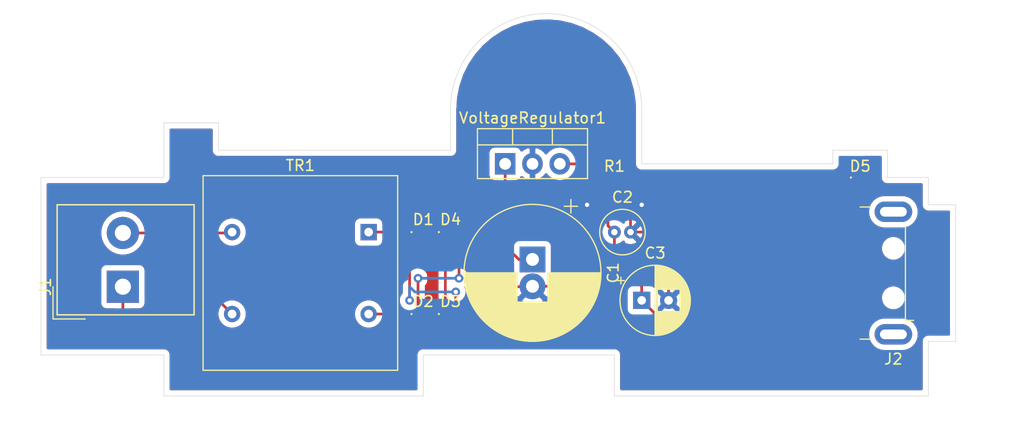
<source format=kicad_pcb>
(kicad_pcb (version 20171130) (host pcbnew 5.99.0+really5.1.10+dfsg1-1)

  (general
    (thickness 1.6)
    (drawings 27)
    (tracks 84)
    (zones 0)
    (modules 13)
    (nets 12)
  )

  (page A4)
  (layers
    (0 F.Cu signal)
    (31 B.Cu signal)
    (32 B.Adhes user)
    (33 F.Adhes user)
    (34 B.Paste user)
    (35 F.Paste user)
    (36 B.SilkS user)
    (37 F.SilkS user)
    (38 B.Mask user)
    (39 F.Mask user)
    (40 Dwgs.User user)
    (41 Cmts.User user)
    (42 Eco1.User user)
    (43 Eco2.User user)
    (44 Edge.Cuts user)
    (45 Margin user)
    (46 B.CrtYd user)
    (47 F.CrtYd user)
    (48 B.Fab user)
    (49 F.Fab user)
  )

  (setup
    (last_trace_width 0.25)
    (trace_clearance 0.2)
    (zone_clearance 0.508)
    (zone_45_only no)
    (trace_min 0.2)
    (via_size 0.8)
    (via_drill 0.4)
    (via_min_size 0.4)
    (via_min_drill 0.3)
    (uvia_size 0.3)
    (uvia_drill 0.1)
    (uvias_allowed no)
    (uvia_min_size 0.2)
    (uvia_min_drill 0.1)
    (edge_width 0.05)
    (segment_width 0.2)
    (pcb_text_width 0.3)
    (pcb_text_size 1.5 1.5)
    (mod_edge_width 0.12)
    (mod_text_size 1 1)
    (mod_text_width 0.15)
    (pad_size 1.524 1.524)
    (pad_drill 0.762)
    (pad_to_mask_clearance 0)
    (aux_axis_origin 0 0)
    (visible_elements FFFFFF7F)
    (pcbplotparams
      (layerselection 0x010fc_ffffffff)
      (usegerberextensions false)
      (usegerberattributes true)
      (usegerberadvancedattributes true)
      (creategerberjobfile true)
      (excludeedgelayer true)
      (linewidth 0.100000)
      (plotframeref false)
      (viasonmask false)
      (mode 1)
      (useauxorigin false)
      (hpglpennumber 1)
      (hpglpenspeed 20)
      (hpglpendiameter 15.000000)
      (psnegative false)
      (psa4output false)
      (plotreference true)
      (plotvalue true)
      (plotinvisibletext false)
      (padsonsilk false)
      (subtractmaskfromsilk false)
      (outputformat 1)
      (mirror false)
      (drillshape 1)
      (scaleselection 1)
      (outputdirectory ""))
  )

  (net 0 "")
  (net 1 "Net-(C1-Pad1)")
  (net 2 "Net-(C2-Pad1)")
  (net 3 "Net-(D1-Pad1)")
  (net 4 "Net-(D2-Pad1)")
  (net 5 "Net-(D5-Pad2)")
  (net 6 "Net-(J1-Pad1)")
  (net 7 "Net-(J1-Pad2)")
  (net 8 "Net-(J2-Pad2)")
  (net 9 "Net-(J2-Pad3)")
  (net 10 "Net-(J2-Pad5)")
  (net 11 GND)

  (net_class Default "This is the default net class."
    (clearance 0.2)
    (trace_width 0.25)
    (via_dia 0.8)
    (via_drill 0.4)
    (uvia_dia 0.3)
    (uvia_drill 0.1)
    (add_net GND)
    (add_net "Net-(C1-Pad1)")
    (add_net "Net-(C2-Pad1)")
    (add_net "Net-(D1-Pad1)")
    (add_net "Net-(D2-Pad1)")
    (add_net "Net-(D5-Pad2)")
    (add_net "Net-(J1-Pad1)")
    (add_net "Net-(J1-Pad2)")
    (add_net "Net-(J2-Pad2)")
    (add_net "Net-(J2-Pad3)")
    (add_net "Net-(J2-Pad5)")
  )

  (module Capacitor_THT:CP_Radial_D12.5mm_P2.50mm (layer F.Cu) (tedit 5AE50EF1) (tstamp 619999F8)
    (at 105.41 12.7 270)
    (descr "CP, Radial series, Radial, pin pitch=2.50mm, , diameter=12.5mm, Electrolytic Capacitor")
    (tags "CP Radial series Radial pin pitch 2.50mm  diameter 12.5mm Electrolytic Capacitor")
    (path /6199BA9F)
    (fp_text reference C1 (at 1.25 -7.5 90) (layer F.SilkS)
      (effects (font (size 1 1) (thickness 0.15)))
    )
    (fp_text value 4500uf (at 1.25 7.5 90) (layer F.Fab)
      (effects (font (size 1 1) (thickness 0.15)))
    )
    (fp_line (start -4.942082 -4.2) (end -4.942082 -2.95) (layer F.SilkS) (width 0.12))
    (fp_line (start -5.567082 -3.575) (end -4.317082 -3.575) (layer F.SilkS) (width 0.12))
    (fp_line (start 7.611 -0.317) (end 7.611 0.317) (layer F.SilkS) (width 0.12))
    (fp_line (start 7.571 -0.757) (end 7.571 0.757) (layer F.SilkS) (width 0.12))
    (fp_line (start 7.531 -1.028) (end 7.531 1.028) (layer F.SilkS) (width 0.12))
    (fp_line (start 7.491 -1.241) (end 7.491 1.241) (layer F.SilkS) (width 0.12))
    (fp_line (start 7.451 -1.422) (end 7.451 1.422) (layer F.SilkS) (width 0.12))
    (fp_line (start 7.411 -1.583) (end 7.411 1.583) (layer F.SilkS) (width 0.12))
    (fp_line (start 7.371 -1.728) (end 7.371 1.728) (layer F.SilkS) (width 0.12))
    (fp_line (start 7.331 -1.861) (end 7.331 1.861) (layer F.SilkS) (width 0.12))
    (fp_line (start 7.291 -1.984) (end 7.291 1.984) (layer F.SilkS) (width 0.12))
    (fp_line (start 7.251 -2.1) (end 7.251 2.1) (layer F.SilkS) (width 0.12))
    (fp_line (start 7.211 -2.209) (end 7.211 2.209) (layer F.SilkS) (width 0.12))
    (fp_line (start 7.171 -2.312) (end 7.171 2.312) (layer F.SilkS) (width 0.12))
    (fp_line (start 7.131 -2.41) (end 7.131 2.41) (layer F.SilkS) (width 0.12))
    (fp_line (start 7.091 -2.504) (end 7.091 2.504) (layer F.SilkS) (width 0.12))
    (fp_line (start 7.051 -2.594) (end 7.051 2.594) (layer F.SilkS) (width 0.12))
    (fp_line (start 7.011 -2.681) (end 7.011 2.681) (layer F.SilkS) (width 0.12))
    (fp_line (start 6.971 -2.764) (end 6.971 2.764) (layer F.SilkS) (width 0.12))
    (fp_line (start 6.931 -2.844) (end 6.931 2.844) (layer F.SilkS) (width 0.12))
    (fp_line (start 6.891 -2.921) (end 6.891 2.921) (layer F.SilkS) (width 0.12))
    (fp_line (start 6.851 -2.996) (end 6.851 2.996) (layer F.SilkS) (width 0.12))
    (fp_line (start 6.811 -3.069) (end 6.811 3.069) (layer F.SilkS) (width 0.12))
    (fp_line (start 6.771 -3.14) (end 6.771 3.14) (layer F.SilkS) (width 0.12))
    (fp_line (start 6.731 -3.208) (end 6.731 3.208) (layer F.SilkS) (width 0.12))
    (fp_line (start 6.691 -3.275) (end 6.691 3.275) (layer F.SilkS) (width 0.12))
    (fp_line (start 6.651 -3.339) (end 6.651 3.339) (layer F.SilkS) (width 0.12))
    (fp_line (start 6.611 -3.402) (end 6.611 3.402) (layer F.SilkS) (width 0.12))
    (fp_line (start 6.571 -3.464) (end 6.571 3.464) (layer F.SilkS) (width 0.12))
    (fp_line (start 6.531 -3.524) (end 6.531 3.524) (layer F.SilkS) (width 0.12))
    (fp_line (start 6.491 -3.583) (end 6.491 3.583) (layer F.SilkS) (width 0.12))
    (fp_line (start 6.451 -3.64) (end 6.451 3.64) (layer F.SilkS) (width 0.12))
    (fp_line (start 6.411 -3.696) (end 6.411 3.696) (layer F.SilkS) (width 0.12))
    (fp_line (start 6.371 -3.75) (end 6.371 3.75) (layer F.SilkS) (width 0.12))
    (fp_line (start 6.331 -3.804) (end 6.331 3.804) (layer F.SilkS) (width 0.12))
    (fp_line (start 6.291 -3.856) (end 6.291 3.856) (layer F.SilkS) (width 0.12))
    (fp_line (start 6.251 -3.907) (end 6.251 3.907) (layer F.SilkS) (width 0.12))
    (fp_line (start 6.211 -3.957) (end 6.211 3.957) (layer F.SilkS) (width 0.12))
    (fp_line (start 6.171 -4.007) (end 6.171 4.007) (layer F.SilkS) (width 0.12))
    (fp_line (start 6.131 -4.055) (end 6.131 4.055) (layer F.SilkS) (width 0.12))
    (fp_line (start 6.091 -4.102) (end 6.091 4.102) (layer F.SilkS) (width 0.12))
    (fp_line (start 6.051 -4.148) (end 6.051 4.148) (layer F.SilkS) (width 0.12))
    (fp_line (start 6.011 -4.194) (end 6.011 4.194) (layer F.SilkS) (width 0.12))
    (fp_line (start 5.971 -4.238) (end 5.971 4.238) (layer F.SilkS) (width 0.12))
    (fp_line (start 5.931 -4.282) (end 5.931 4.282) (layer F.SilkS) (width 0.12))
    (fp_line (start 5.891 -4.325) (end 5.891 4.325) (layer F.SilkS) (width 0.12))
    (fp_line (start 5.851 -4.367) (end 5.851 4.367) (layer F.SilkS) (width 0.12))
    (fp_line (start 5.811 -4.408) (end 5.811 4.408) (layer F.SilkS) (width 0.12))
    (fp_line (start 5.771 -4.449) (end 5.771 4.449) (layer F.SilkS) (width 0.12))
    (fp_line (start 5.731 -4.489) (end 5.731 4.489) (layer F.SilkS) (width 0.12))
    (fp_line (start 5.691 -4.528) (end 5.691 4.528) (layer F.SilkS) (width 0.12))
    (fp_line (start 5.651 -4.567) (end 5.651 4.567) (layer F.SilkS) (width 0.12))
    (fp_line (start 5.611 -4.605) (end 5.611 4.605) (layer F.SilkS) (width 0.12))
    (fp_line (start 5.571 -4.642) (end 5.571 4.642) (layer F.SilkS) (width 0.12))
    (fp_line (start 5.531 -4.678) (end 5.531 4.678) (layer F.SilkS) (width 0.12))
    (fp_line (start 5.491 -4.714) (end 5.491 4.714) (layer F.SilkS) (width 0.12))
    (fp_line (start 5.451 -4.75) (end 5.451 4.75) (layer F.SilkS) (width 0.12))
    (fp_line (start 5.411 -4.785) (end 5.411 4.785) (layer F.SilkS) (width 0.12))
    (fp_line (start 5.371 -4.819) (end 5.371 4.819) (layer F.SilkS) (width 0.12))
    (fp_line (start 5.331 -4.852) (end 5.331 4.852) (layer F.SilkS) (width 0.12))
    (fp_line (start 5.291 -4.885) (end 5.291 4.885) (layer F.SilkS) (width 0.12))
    (fp_line (start 5.251 -4.918) (end 5.251 4.918) (layer F.SilkS) (width 0.12))
    (fp_line (start 5.211 -4.95) (end 5.211 4.95) (layer F.SilkS) (width 0.12))
    (fp_line (start 5.171 -4.982) (end 5.171 4.982) (layer F.SilkS) (width 0.12))
    (fp_line (start 5.131 -5.012) (end 5.131 5.012) (layer F.SilkS) (width 0.12))
    (fp_line (start 5.091 -5.043) (end 5.091 5.043) (layer F.SilkS) (width 0.12))
    (fp_line (start 5.051 -5.073) (end 5.051 5.073) (layer F.SilkS) (width 0.12))
    (fp_line (start 5.011 -5.102) (end 5.011 5.102) (layer F.SilkS) (width 0.12))
    (fp_line (start 4.971 -5.131) (end 4.971 5.131) (layer F.SilkS) (width 0.12))
    (fp_line (start 4.931 -5.16) (end 4.931 5.16) (layer F.SilkS) (width 0.12))
    (fp_line (start 4.891 -5.188) (end 4.891 5.188) (layer F.SilkS) (width 0.12))
    (fp_line (start 4.851 -5.216) (end 4.851 5.216) (layer F.SilkS) (width 0.12))
    (fp_line (start 4.811 -5.243) (end 4.811 5.243) (layer F.SilkS) (width 0.12))
    (fp_line (start 4.771 -5.27) (end 4.771 5.27) (layer F.SilkS) (width 0.12))
    (fp_line (start 4.731 -5.296) (end 4.731 5.296) (layer F.SilkS) (width 0.12))
    (fp_line (start 4.691 -5.322) (end 4.691 5.322) (layer F.SilkS) (width 0.12))
    (fp_line (start 4.651 -5.347) (end 4.651 5.347) (layer F.SilkS) (width 0.12))
    (fp_line (start 4.611 -5.372) (end 4.611 5.372) (layer F.SilkS) (width 0.12))
    (fp_line (start 4.571 -5.397) (end 4.571 5.397) (layer F.SilkS) (width 0.12))
    (fp_line (start 4.531 -5.421) (end 4.531 5.421) (layer F.SilkS) (width 0.12))
    (fp_line (start 4.491 -5.445) (end 4.491 5.445) (layer F.SilkS) (width 0.12))
    (fp_line (start 4.451 -5.468) (end 4.451 5.468) (layer F.SilkS) (width 0.12))
    (fp_line (start 4.411 -5.491) (end 4.411 5.491) (layer F.SilkS) (width 0.12))
    (fp_line (start 4.371 -5.514) (end 4.371 5.514) (layer F.SilkS) (width 0.12))
    (fp_line (start 4.331 -5.536) (end 4.331 5.536) (layer F.SilkS) (width 0.12))
    (fp_line (start 4.291 -5.558) (end 4.291 5.558) (layer F.SilkS) (width 0.12))
    (fp_line (start 4.251 -5.58) (end 4.251 5.58) (layer F.SilkS) (width 0.12))
    (fp_line (start 4.211 -5.601) (end 4.211 5.601) (layer F.SilkS) (width 0.12))
    (fp_line (start 4.171 -5.622) (end 4.171 5.622) (layer F.SilkS) (width 0.12))
    (fp_line (start 4.131 -5.642) (end 4.131 5.642) (layer F.SilkS) (width 0.12))
    (fp_line (start 4.091 -5.662) (end 4.091 5.662) (layer F.SilkS) (width 0.12))
    (fp_line (start 4.051 -5.682) (end 4.051 5.682) (layer F.SilkS) (width 0.12))
    (fp_line (start 4.011 -5.702) (end 4.011 5.702) (layer F.SilkS) (width 0.12))
    (fp_line (start 3.971 -5.721) (end 3.971 5.721) (layer F.SilkS) (width 0.12))
    (fp_line (start 3.931 1.44) (end 3.931 5.739) (layer F.SilkS) (width 0.12))
    (fp_line (start 3.931 -5.739) (end 3.931 -1.44) (layer F.SilkS) (width 0.12))
    (fp_line (start 3.891 1.44) (end 3.891 5.758) (layer F.SilkS) (width 0.12))
    (fp_line (start 3.891 -5.758) (end 3.891 -1.44) (layer F.SilkS) (width 0.12))
    (fp_line (start 3.851 1.44) (end 3.851 5.776) (layer F.SilkS) (width 0.12))
    (fp_line (start 3.851 -5.776) (end 3.851 -1.44) (layer F.SilkS) (width 0.12))
    (fp_line (start 3.811 1.44) (end 3.811 5.793) (layer F.SilkS) (width 0.12))
    (fp_line (start 3.811 -5.793) (end 3.811 -1.44) (layer F.SilkS) (width 0.12))
    (fp_line (start 3.771 1.44) (end 3.771 5.811) (layer F.SilkS) (width 0.12))
    (fp_line (start 3.771 -5.811) (end 3.771 -1.44) (layer F.SilkS) (width 0.12))
    (fp_line (start 3.731 1.44) (end 3.731 5.828) (layer F.SilkS) (width 0.12))
    (fp_line (start 3.731 -5.828) (end 3.731 -1.44) (layer F.SilkS) (width 0.12))
    (fp_line (start 3.691 1.44) (end 3.691 5.845) (layer F.SilkS) (width 0.12))
    (fp_line (start 3.691 -5.845) (end 3.691 -1.44) (layer F.SilkS) (width 0.12))
    (fp_line (start 3.651 1.44) (end 3.651 5.861) (layer F.SilkS) (width 0.12))
    (fp_line (start 3.651 -5.861) (end 3.651 -1.44) (layer F.SilkS) (width 0.12))
    (fp_line (start 3.611 1.44) (end 3.611 5.877) (layer F.SilkS) (width 0.12))
    (fp_line (start 3.611 -5.877) (end 3.611 -1.44) (layer F.SilkS) (width 0.12))
    (fp_line (start 3.571 1.44) (end 3.571 5.893) (layer F.SilkS) (width 0.12))
    (fp_line (start 3.571 -5.893) (end 3.571 -1.44) (layer F.SilkS) (width 0.12))
    (fp_line (start 3.531 1.44) (end 3.531 5.908) (layer F.SilkS) (width 0.12))
    (fp_line (start 3.531 -5.908) (end 3.531 -1.44) (layer F.SilkS) (width 0.12))
    (fp_line (start 3.491 1.44) (end 3.491 5.924) (layer F.SilkS) (width 0.12))
    (fp_line (start 3.491 -5.924) (end 3.491 -1.44) (layer F.SilkS) (width 0.12))
    (fp_line (start 3.451 1.44) (end 3.451 5.939) (layer F.SilkS) (width 0.12))
    (fp_line (start 3.451 -5.939) (end 3.451 -1.44) (layer F.SilkS) (width 0.12))
    (fp_line (start 3.411 1.44) (end 3.411 5.953) (layer F.SilkS) (width 0.12))
    (fp_line (start 3.411 -5.953) (end 3.411 -1.44) (layer F.SilkS) (width 0.12))
    (fp_line (start 3.371 1.44) (end 3.371 5.967) (layer F.SilkS) (width 0.12))
    (fp_line (start 3.371 -5.967) (end 3.371 -1.44) (layer F.SilkS) (width 0.12))
    (fp_line (start 3.331 1.44) (end 3.331 5.981) (layer F.SilkS) (width 0.12))
    (fp_line (start 3.331 -5.981) (end 3.331 -1.44) (layer F.SilkS) (width 0.12))
    (fp_line (start 3.291 1.44) (end 3.291 5.995) (layer F.SilkS) (width 0.12))
    (fp_line (start 3.291 -5.995) (end 3.291 -1.44) (layer F.SilkS) (width 0.12))
    (fp_line (start 3.251 1.44) (end 3.251 6.008) (layer F.SilkS) (width 0.12))
    (fp_line (start 3.251 -6.008) (end 3.251 -1.44) (layer F.SilkS) (width 0.12))
    (fp_line (start 3.211 1.44) (end 3.211 6.021) (layer F.SilkS) (width 0.12))
    (fp_line (start 3.211 -6.021) (end 3.211 -1.44) (layer F.SilkS) (width 0.12))
    (fp_line (start 3.171 1.44) (end 3.171 6.034) (layer F.SilkS) (width 0.12))
    (fp_line (start 3.171 -6.034) (end 3.171 -1.44) (layer F.SilkS) (width 0.12))
    (fp_line (start 3.131 1.44) (end 3.131 6.047) (layer F.SilkS) (width 0.12))
    (fp_line (start 3.131 -6.047) (end 3.131 -1.44) (layer F.SilkS) (width 0.12))
    (fp_line (start 3.091 1.44) (end 3.091 6.059) (layer F.SilkS) (width 0.12))
    (fp_line (start 3.091 -6.059) (end 3.091 -1.44) (layer F.SilkS) (width 0.12))
    (fp_line (start 3.051 1.44) (end 3.051 6.071) (layer F.SilkS) (width 0.12))
    (fp_line (start 3.051 -6.071) (end 3.051 -1.44) (layer F.SilkS) (width 0.12))
    (fp_line (start 3.011 1.44) (end 3.011 6.083) (layer F.SilkS) (width 0.12))
    (fp_line (start 3.011 -6.083) (end 3.011 -1.44) (layer F.SilkS) (width 0.12))
    (fp_line (start 2.971 1.44) (end 2.971 6.094) (layer F.SilkS) (width 0.12))
    (fp_line (start 2.971 -6.094) (end 2.971 -1.44) (layer F.SilkS) (width 0.12))
    (fp_line (start 2.931 1.44) (end 2.931 6.105) (layer F.SilkS) (width 0.12))
    (fp_line (start 2.931 -6.105) (end 2.931 -1.44) (layer F.SilkS) (width 0.12))
    (fp_line (start 2.891 1.44) (end 2.891 6.116) (layer F.SilkS) (width 0.12))
    (fp_line (start 2.891 -6.116) (end 2.891 -1.44) (layer F.SilkS) (width 0.12))
    (fp_line (start 2.851 1.44) (end 2.851 6.126) (layer F.SilkS) (width 0.12))
    (fp_line (start 2.851 -6.126) (end 2.851 -1.44) (layer F.SilkS) (width 0.12))
    (fp_line (start 2.811 1.44) (end 2.811 6.137) (layer F.SilkS) (width 0.12))
    (fp_line (start 2.811 -6.137) (end 2.811 -1.44) (layer F.SilkS) (width 0.12))
    (fp_line (start 2.771 1.44) (end 2.771 6.146) (layer F.SilkS) (width 0.12))
    (fp_line (start 2.771 -6.146) (end 2.771 -1.44) (layer F.SilkS) (width 0.12))
    (fp_line (start 2.731 1.44) (end 2.731 6.156) (layer F.SilkS) (width 0.12))
    (fp_line (start 2.731 -6.156) (end 2.731 -1.44) (layer F.SilkS) (width 0.12))
    (fp_line (start 2.691 1.44) (end 2.691 6.166) (layer F.SilkS) (width 0.12))
    (fp_line (start 2.691 -6.166) (end 2.691 -1.44) (layer F.SilkS) (width 0.12))
    (fp_line (start 2.651 1.44) (end 2.651 6.175) (layer F.SilkS) (width 0.12))
    (fp_line (start 2.651 -6.175) (end 2.651 -1.44) (layer F.SilkS) (width 0.12))
    (fp_line (start 2.611 1.44) (end 2.611 6.184) (layer F.SilkS) (width 0.12))
    (fp_line (start 2.611 -6.184) (end 2.611 -1.44) (layer F.SilkS) (width 0.12))
    (fp_line (start 2.571 1.44) (end 2.571 6.192) (layer F.SilkS) (width 0.12))
    (fp_line (start 2.571 -6.192) (end 2.571 -1.44) (layer F.SilkS) (width 0.12))
    (fp_line (start 2.531 1.44) (end 2.531 6.201) (layer F.SilkS) (width 0.12))
    (fp_line (start 2.531 -6.201) (end 2.531 -1.44) (layer F.SilkS) (width 0.12))
    (fp_line (start 2.491 1.44) (end 2.491 6.209) (layer F.SilkS) (width 0.12))
    (fp_line (start 2.491 -6.209) (end 2.491 -1.44) (layer F.SilkS) (width 0.12))
    (fp_line (start 2.451 1.44) (end 2.451 6.216) (layer F.SilkS) (width 0.12))
    (fp_line (start 2.451 -6.216) (end 2.451 -1.44) (layer F.SilkS) (width 0.12))
    (fp_line (start 2.411 1.44) (end 2.411 6.224) (layer F.SilkS) (width 0.12))
    (fp_line (start 2.411 -6.224) (end 2.411 -1.44) (layer F.SilkS) (width 0.12))
    (fp_line (start 2.371 1.44) (end 2.371 6.231) (layer F.SilkS) (width 0.12))
    (fp_line (start 2.371 -6.231) (end 2.371 -1.44) (layer F.SilkS) (width 0.12))
    (fp_line (start 2.331 1.44) (end 2.331 6.238) (layer F.SilkS) (width 0.12))
    (fp_line (start 2.331 -6.238) (end 2.331 -1.44) (layer F.SilkS) (width 0.12))
    (fp_line (start 2.291 1.44) (end 2.291 6.245) (layer F.SilkS) (width 0.12))
    (fp_line (start 2.291 -6.245) (end 2.291 -1.44) (layer F.SilkS) (width 0.12))
    (fp_line (start 2.251 1.44) (end 2.251 6.252) (layer F.SilkS) (width 0.12))
    (fp_line (start 2.251 -6.252) (end 2.251 -1.44) (layer F.SilkS) (width 0.12))
    (fp_line (start 2.211 1.44) (end 2.211 6.258) (layer F.SilkS) (width 0.12))
    (fp_line (start 2.211 -6.258) (end 2.211 -1.44) (layer F.SilkS) (width 0.12))
    (fp_line (start 2.171 1.44) (end 2.171 6.264) (layer F.SilkS) (width 0.12))
    (fp_line (start 2.171 -6.264) (end 2.171 -1.44) (layer F.SilkS) (width 0.12))
    (fp_line (start 2.131 1.44) (end 2.131 6.269) (layer F.SilkS) (width 0.12))
    (fp_line (start 2.131 -6.269) (end 2.131 -1.44) (layer F.SilkS) (width 0.12))
    (fp_line (start 2.091 1.44) (end 2.091 6.275) (layer F.SilkS) (width 0.12))
    (fp_line (start 2.091 -6.275) (end 2.091 -1.44) (layer F.SilkS) (width 0.12))
    (fp_line (start 2.051 1.44) (end 2.051 6.28) (layer F.SilkS) (width 0.12))
    (fp_line (start 2.051 -6.28) (end 2.051 -1.44) (layer F.SilkS) (width 0.12))
    (fp_line (start 2.011 1.44) (end 2.011 6.285) (layer F.SilkS) (width 0.12))
    (fp_line (start 2.011 -6.285) (end 2.011 -1.44) (layer F.SilkS) (width 0.12))
    (fp_line (start 1.971 1.44) (end 1.971 6.29) (layer F.SilkS) (width 0.12))
    (fp_line (start 1.971 -6.29) (end 1.971 -1.44) (layer F.SilkS) (width 0.12))
    (fp_line (start 1.93 1.44) (end 1.93 6.294) (layer F.SilkS) (width 0.12))
    (fp_line (start 1.93 -6.294) (end 1.93 -1.44) (layer F.SilkS) (width 0.12))
    (fp_line (start 1.89 1.44) (end 1.89 6.298) (layer F.SilkS) (width 0.12))
    (fp_line (start 1.89 -6.298) (end 1.89 -1.44) (layer F.SilkS) (width 0.12))
    (fp_line (start 1.85 1.44) (end 1.85 6.302) (layer F.SilkS) (width 0.12))
    (fp_line (start 1.85 -6.302) (end 1.85 -1.44) (layer F.SilkS) (width 0.12))
    (fp_line (start 1.81 1.44) (end 1.81 6.306) (layer F.SilkS) (width 0.12))
    (fp_line (start 1.81 -6.306) (end 1.81 -1.44) (layer F.SilkS) (width 0.12))
    (fp_line (start 1.77 1.44) (end 1.77 6.309) (layer F.SilkS) (width 0.12))
    (fp_line (start 1.77 -6.309) (end 1.77 -1.44) (layer F.SilkS) (width 0.12))
    (fp_line (start 1.73 1.44) (end 1.73 6.312) (layer F.SilkS) (width 0.12))
    (fp_line (start 1.73 -6.312) (end 1.73 -1.44) (layer F.SilkS) (width 0.12))
    (fp_line (start 1.69 1.44) (end 1.69 6.315) (layer F.SilkS) (width 0.12))
    (fp_line (start 1.69 -6.315) (end 1.69 -1.44) (layer F.SilkS) (width 0.12))
    (fp_line (start 1.65 1.44) (end 1.65 6.318) (layer F.SilkS) (width 0.12))
    (fp_line (start 1.65 -6.318) (end 1.65 -1.44) (layer F.SilkS) (width 0.12))
    (fp_line (start 1.61 1.44) (end 1.61 6.32) (layer F.SilkS) (width 0.12))
    (fp_line (start 1.61 -6.32) (end 1.61 -1.44) (layer F.SilkS) (width 0.12))
    (fp_line (start 1.57 1.44) (end 1.57 6.322) (layer F.SilkS) (width 0.12))
    (fp_line (start 1.57 -6.322) (end 1.57 -1.44) (layer F.SilkS) (width 0.12))
    (fp_line (start 1.53 1.44) (end 1.53 6.324) (layer F.SilkS) (width 0.12))
    (fp_line (start 1.53 -6.324) (end 1.53 -1.44) (layer F.SilkS) (width 0.12))
    (fp_line (start 1.49 1.44) (end 1.49 6.326) (layer F.SilkS) (width 0.12))
    (fp_line (start 1.49 -6.326) (end 1.49 -1.44) (layer F.SilkS) (width 0.12))
    (fp_line (start 1.45 1.44) (end 1.45 6.327) (layer F.SilkS) (width 0.12))
    (fp_line (start 1.45 -6.327) (end 1.45 -1.44) (layer F.SilkS) (width 0.12))
    (fp_line (start 1.41 -6.328) (end 1.41 -1.44) (layer F.SilkS) (width 0.12))
    (fp_line (start 1.41 1.44) (end 1.41 6.328) (layer F.SilkS) (width 0.12))
    (fp_line (start 1.37 -6.329) (end 1.37 -1.44) (layer F.SilkS) (width 0.12))
    (fp_line (start 1.37 1.44) (end 1.37 6.329) (layer F.SilkS) (width 0.12))
    (fp_line (start 1.33 -6.33) (end 1.33 -1.44) (layer F.SilkS) (width 0.12))
    (fp_line (start 1.33 1.44) (end 1.33 6.33) (layer F.SilkS) (width 0.12))
    (fp_line (start 1.29 -6.33) (end 1.29 -1.44) (layer F.SilkS) (width 0.12))
    (fp_line (start 1.29 1.44) (end 1.29 6.33) (layer F.SilkS) (width 0.12))
    (fp_line (start 1.25 -6.33) (end 1.25 -1.44) (layer F.SilkS) (width 0.12))
    (fp_line (start 1.25 1.44) (end 1.25 6.33) (layer F.SilkS) (width 0.12))
    (fp_line (start -3.491489 -3.3625) (end -3.491489 -2.1125) (layer F.Fab) (width 0.1))
    (fp_line (start -4.116489 -2.7375) (end -2.866489 -2.7375) (layer F.Fab) (width 0.1))
    (fp_circle (center 1.25 0) (end 7.75 0) (layer F.CrtYd) (width 0.05))
    (fp_circle (center 1.25 0) (end 7.62 0) (layer F.SilkS) (width 0.12))
    (fp_circle (center 1.25 0) (end 7.5 0) (layer F.Fab) (width 0.1))
    (fp_text user %R (at 1.25 0 90) (layer F.Fab)
      (effects (font (size 1 1) (thickness 0.15)))
    )
    (pad 1 thru_hole rect (at 0 0 270) (size 2.4 2.4) (drill 1.2) (layers *.Cu *.Mask)
      (net 1 "Net-(C1-Pad1)"))
    (pad 2 thru_hole circle (at 2.5 0 270) (size 2.4 2.4) (drill 1.2) (layers *.Cu *.Mask)
      (net 11 GND))
    (model ${KISYS3DMOD}/Capacitor_THT.3dshapes/CP_Radial_D12.5mm_P2.50mm.wrl
      (at (xyz 0 0 0))
      (scale (xyz 1 1 1))
      (rotate (xyz 0 0 0))
    )
  )

  (module Capacitor_THT:C_Radial_D4.0mm_H5.0mm_P1.50mm (layer F.Cu) (tedit 5BC5C9B9) (tstamp 61999A02)
    (at 113.03 10.16)
    (descr "C, Radial series, Radial, pin pitch=1.50mm, diameter=4mm, height=5mm, Non-Polar Electrolytic Capacitor")
    (tags "C Radial series Radial pin pitch 1.50mm diameter 4mm height 5mm Non-Polar Electrolytic Capacitor")
    (path /619E1C64)
    (fp_text reference C2 (at 0.75 -3.25) (layer F.SilkS)
      (effects (font (size 1 1) (thickness 0.15)))
    )
    (fp_text value 47uf (at 0.75 3.25) (layer F.Fab)
      (effects (font (size 1 1) (thickness 0.15)))
    )
    (fp_circle (center 0.75 0) (end 3 0) (layer F.CrtYd) (width 0.05))
    (fp_circle (center 0.75 0) (end 2.87 0) (layer F.SilkS) (width 0.12))
    (fp_circle (center 0.75 0) (end 2.75 0) (layer F.Fab) (width 0.1))
    (fp_text user %R (at 0.75 0) (layer F.Fab)
      (effects (font (size 0.8 0.8) (thickness 0.12)))
    )
    (pad 1 thru_hole circle (at 0 0) (size 1.2 1.2) (drill 0.6) (layers *.Cu *.Mask)
      (net 2 "Net-(C2-Pad1)"))
    (pad 2 thru_hole circle (at 1.5 0) (size 1.2 1.2) (drill 0.6) (layers *.Cu *.Mask)
      (net 11 GND))
    (model ${KISYS3DMOD}/Capacitor_THT.3dshapes/C_Radial_D4.0mm_H5.0mm_P1.50mm.wrl
      (at (xyz 0 0 0))
      (scale (xyz 1 1 1))
      (rotate (xyz 0 0 0))
    )
  )

  (module Capacitor_THT:CP_Radial_D6.3mm_P2.50mm (layer F.Cu) (tedit 5AE50EF0) (tstamp 61999A96)
    (at 115.57 16.51)
    (descr "CP, Radial series, Radial, pin pitch=2.50mm, , diameter=6.3mm, Electrolytic Capacitor")
    (tags "CP Radial series Radial pin pitch 2.50mm  diameter 6.3mm Electrolytic Capacitor")
    (path /619A7231)
    (fp_text reference C3 (at 1.25 -4.4) (layer F.SilkS)
      (effects (font (size 1 1) (thickness 0.15)))
    )
    (fp_text value 100uf (at 1.25 4.4) (layer F.Fab)
      (effects (font (size 1 1) (thickness 0.15)))
    )
    (fp_line (start -1.935241 -2.154) (end -1.935241 -1.524) (layer F.SilkS) (width 0.12))
    (fp_line (start -2.250241 -1.839) (end -1.620241 -1.839) (layer F.SilkS) (width 0.12))
    (fp_line (start 4.491 -0.402) (end 4.491 0.402) (layer F.SilkS) (width 0.12))
    (fp_line (start 4.451 -0.633) (end 4.451 0.633) (layer F.SilkS) (width 0.12))
    (fp_line (start 4.411 -0.802) (end 4.411 0.802) (layer F.SilkS) (width 0.12))
    (fp_line (start 4.371 -0.94) (end 4.371 0.94) (layer F.SilkS) (width 0.12))
    (fp_line (start 4.331 -1.059) (end 4.331 1.059) (layer F.SilkS) (width 0.12))
    (fp_line (start 4.291 -1.165) (end 4.291 1.165) (layer F.SilkS) (width 0.12))
    (fp_line (start 4.251 -1.262) (end 4.251 1.262) (layer F.SilkS) (width 0.12))
    (fp_line (start 4.211 -1.35) (end 4.211 1.35) (layer F.SilkS) (width 0.12))
    (fp_line (start 4.171 -1.432) (end 4.171 1.432) (layer F.SilkS) (width 0.12))
    (fp_line (start 4.131 -1.509) (end 4.131 1.509) (layer F.SilkS) (width 0.12))
    (fp_line (start 4.091 -1.581) (end 4.091 1.581) (layer F.SilkS) (width 0.12))
    (fp_line (start 4.051 -1.65) (end 4.051 1.65) (layer F.SilkS) (width 0.12))
    (fp_line (start 4.011 -1.714) (end 4.011 1.714) (layer F.SilkS) (width 0.12))
    (fp_line (start 3.971 -1.776) (end 3.971 1.776) (layer F.SilkS) (width 0.12))
    (fp_line (start 3.931 -1.834) (end 3.931 1.834) (layer F.SilkS) (width 0.12))
    (fp_line (start 3.891 -1.89) (end 3.891 1.89) (layer F.SilkS) (width 0.12))
    (fp_line (start 3.851 -1.944) (end 3.851 1.944) (layer F.SilkS) (width 0.12))
    (fp_line (start 3.811 -1.995) (end 3.811 1.995) (layer F.SilkS) (width 0.12))
    (fp_line (start 3.771 -2.044) (end 3.771 2.044) (layer F.SilkS) (width 0.12))
    (fp_line (start 3.731 -2.092) (end 3.731 2.092) (layer F.SilkS) (width 0.12))
    (fp_line (start 3.691 -2.137) (end 3.691 2.137) (layer F.SilkS) (width 0.12))
    (fp_line (start 3.651 -2.182) (end 3.651 2.182) (layer F.SilkS) (width 0.12))
    (fp_line (start 3.611 -2.224) (end 3.611 2.224) (layer F.SilkS) (width 0.12))
    (fp_line (start 3.571 -2.265) (end 3.571 2.265) (layer F.SilkS) (width 0.12))
    (fp_line (start 3.531 1.04) (end 3.531 2.305) (layer F.SilkS) (width 0.12))
    (fp_line (start 3.531 -2.305) (end 3.531 -1.04) (layer F.SilkS) (width 0.12))
    (fp_line (start 3.491 1.04) (end 3.491 2.343) (layer F.SilkS) (width 0.12))
    (fp_line (start 3.491 -2.343) (end 3.491 -1.04) (layer F.SilkS) (width 0.12))
    (fp_line (start 3.451 1.04) (end 3.451 2.38) (layer F.SilkS) (width 0.12))
    (fp_line (start 3.451 -2.38) (end 3.451 -1.04) (layer F.SilkS) (width 0.12))
    (fp_line (start 3.411 1.04) (end 3.411 2.416) (layer F.SilkS) (width 0.12))
    (fp_line (start 3.411 -2.416) (end 3.411 -1.04) (layer F.SilkS) (width 0.12))
    (fp_line (start 3.371 1.04) (end 3.371 2.45) (layer F.SilkS) (width 0.12))
    (fp_line (start 3.371 -2.45) (end 3.371 -1.04) (layer F.SilkS) (width 0.12))
    (fp_line (start 3.331 1.04) (end 3.331 2.484) (layer F.SilkS) (width 0.12))
    (fp_line (start 3.331 -2.484) (end 3.331 -1.04) (layer F.SilkS) (width 0.12))
    (fp_line (start 3.291 1.04) (end 3.291 2.516) (layer F.SilkS) (width 0.12))
    (fp_line (start 3.291 -2.516) (end 3.291 -1.04) (layer F.SilkS) (width 0.12))
    (fp_line (start 3.251 1.04) (end 3.251 2.548) (layer F.SilkS) (width 0.12))
    (fp_line (start 3.251 -2.548) (end 3.251 -1.04) (layer F.SilkS) (width 0.12))
    (fp_line (start 3.211 1.04) (end 3.211 2.578) (layer F.SilkS) (width 0.12))
    (fp_line (start 3.211 -2.578) (end 3.211 -1.04) (layer F.SilkS) (width 0.12))
    (fp_line (start 3.171 1.04) (end 3.171 2.607) (layer F.SilkS) (width 0.12))
    (fp_line (start 3.171 -2.607) (end 3.171 -1.04) (layer F.SilkS) (width 0.12))
    (fp_line (start 3.131 1.04) (end 3.131 2.636) (layer F.SilkS) (width 0.12))
    (fp_line (start 3.131 -2.636) (end 3.131 -1.04) (layer F.SilkS) (width 0.12))
    (fp_line (start 3.091 1.04) (end 3.091 2.664) (layer F.SilkS) (width 0.12))
    (fp_line (start 3.091 -2.664) (end 3.091 -1.04) (layer F.SilkS) (width 0.12))
    (fp_line (start 3.051 1.04) (end 3.051 2.69) (layer F.SilkS) (width 0.12))
    (fp_line (start 3.051 -2.69) (end 3.051 -1.04) (layer F.SilkS) (width 0.12))
    (fp_line (start 3.011 1.04) (end 3.011 2.716) (layer F.SilkS) (width 0.12))
    (fp_line (start 3.011 -2.716) (end 3.011 -1.04) (layer F.SilkS) (width 0.12))
    (fp_line (start 2.971 1.04) (end 2.971 2.742) (layer F.SilkS) (width 0.12))
    (fp_line (start 2.971 -2.742) (end 2.971 -1.04) (layer F.SilkS) (width 0.12))
    (fp_line (start 2.931 1.04) (end 2.931 2.766) (layer F.SilkS) (width 0.12))
    (fp_line (start 2.931 -2.766) (end 2.931 -1.04) (layer F.SilkS) (width 0.12))
    (fp_line (start 2.891 1.04) (end 2.891 2.79) (layer F.SilkS) (width 0.12))
    (fp_line (start 2.891 -2.79) (end 2.891 -1.04) (layer F.SilkS) (width 0.12))
    (fp_line (start 2.851 1.04) (end 2.851 2.812) (layer F.SilkS) (width 0.12))
    (fp_line (start 2.851 -2.812) (end 2.851 -1.04) (layer F.SilkS) (width 0.12))
    (fp_line (start 2.811 1.04) (end 2.811 2.834) (layer F.SilkS) (width 0.12))
    (fp_line (start 2.811 -2.834) (end 2.811 -1.04) (layer F.SilkS) (width 0.12))
    (fp_line (start 2.771 1.04) (end 2.771 2.856) (layer F.SilkS) (width 0.12))
    (fp_line (start 2.771 -2.856) (end 2.771 -1.04) (layer F.SilkS) (width 0.12))
    (fp_line (start 2.731 1.04) (end 2.731 2.876) (layer F.SilkS) (width 0.12))
    (fp_line (start 2.731 -2.876) (end 2.731 -1.04) (layer F.SilkS) (width 0.12))
    (fp_line (start 2.691 1.04) (end 2.691 2.896) (layer F.SilkS) (width 0.12))
    (fp_line (start 2.691 -2.896) (end 2.691 -1.04) (layer F.SilkS) (width 0.12))
    (fp_line (start 2.651 1.04) (end 2.651 2.916) (layer F.SilkS) (width 0.12))
    (fp_line (start 2.651 -2.916) (end 2.651 -1.04) (layer F.SilkS) (width 0.12))
    (fp_line (start 2.611 1.04) (end 2.611 2.934) (layer F.SilkS) (width 0.12))
    (fp_line (start 2.611 -2.934) (end 2.611 -1.04) (layer F.SilkS) (width 0.12))
    (fp_line (start 2.571 1.04) (end 2.571 2.952) (layer F.SilkS) (width 0.12))
    (fp_line (start 2.571 -2.952) (end 2.571 -1.04) (layer F.SilkS) (width 0.12))
    (fp_line (start 2.531 1.04) (end 2.531 2.97) (layer F.SilkS) (width 0.12))
    (fp_line (start 2.531 -2.97) (end 2.531 -1.04) (layer F.SilkS) (width 0.12))
    (fp_line (start 2.491 1.04) (end 2.491 2.986) (layer F.SilkS) (width 0.12))
    (fp_line (start 2.491 -2.986) (end 2.491 -1.04) (layer F.SilkS) (width 0.12))
    (fp_line (start 2.451 1.04) (end 2.451 3.002) (layer F.SilkS) (width 0.12))
    (fp_line (start 2.451 -3.002) (end 2.451 -1.04) (layer F.SilkS) (width 0.12))
    (fp_line (start 2.411 1.04) (end 2.411 3.018) (layer F.SilkS) (width 0.12))
    (fp_line (start 2.411 -3.018) (end 2.411 -1.04) (layer F.SilkS) (width 0.12))
    (fp_line (start 2.371 1.04) (end 2.371 3.033) (layer F.SilkS) (width 0.12))
    (fp_line (start 2.371 -3.033) (end 2.371 -1.04) (layer F.SilkS) (width 0.12))
    (fp_line (start 2.331 1.04) (end 2.331 3.047) (layer F.SilkS) (width 0.12))
    (fp_line (start 2.331 -3.047) (end 2.331 -1.04) (layer F.SilkS) (width 0.12))
    (fp_line (start 2.291 1.04) (end 2.291 3.061) (layer F.SilkS) (width 0.12))
    (fp_line (start 2.291 -3.061) (end 2.291 -1.04) (layer F.SilkS) (width 0.12))
    (fp_line (start 2.251 1.04) (end 2.251 3.074) (layer F.SilkS) (width 0.12))
    (fp_line (start 2.251 -3.074) (end 2.251 -1.04) (layer F.SilkS) (width 0.12))
    (fp_line (start 2.211 1.04) (end 2.211 3.086) (layer F.SilkS) (width 0.12))
    (fp_line (start 2.211 -3.086) (end 2.211 -1.04) (layer F.SilkS) (width 0.12))
    (fp_line (start 2.171 1.04) (end 2.171 3.098) (layer F.SilkS) (width 0.12))
    (fp_line (start 2.171 -3.098) (end 2.171 -1.04) (layer F.SilkS) (width 0.12))
    (fp_line (start 2.131 1.04) (end 2.131 3.11) (layer F.SilkS) (width 0.12))
    (fp_line (start 2.131 -3.11) (end 2.131 -1.04) (layer F.SilkS) (width 0.12))
    (fp_line (start 2.091 1.04) (end 2.091 3.121) (layer F.SilkS) (width 0.12))
    (fp_line (start 2.091 -3.121) (end 2.091 -1.04) (layer F.SilkS) (width 0.12))
    (fp_line (start 2.051 1.04) (end 2.051 3.131) (layer F.SilkS) (width 0.12))
    (fp_line (start 2.051 -3.131) (end 2.051 -1.04) (layer F.SilkS) (width 0.12))
    (fp_line (start 2.011 1.04) (end 2.011 3.141) (layer F.SilkS) (width 0.12))
    (fp_line (start 2.011 -3.141) (end 2.011 -1.04) (layer F.SilkS) (width 0.12))
    (fp_line (start 1.971 1.04) (end 1.971 3.15) (layer F.SilkS) (width 0.12))
    (fp_line (start 1.971 -3.15) (end 1.971 -1.04) (layer F.SilkS) (width 0.12))
    (fp_line (start 1.93 1.04) (end 1.93 3.159) (layer F.SilkS) (width 0.12))
    (fp_line (start 1.93 -3.159) (end 1.93 -1.04) (layer F.SilkS) (width 0.12))
    (fp_line (start 1.89 1.04) (end 1.89 3.167) (layer F.SilkS) (width 0.12))
    (fp_line (start 1.89 -3.167) (end 1.89 -1.04) (layer F.SilkS) (width 0.12))
    (fp_line (start 1.85 1.04) (end 1.85 3.175) (layer F.SilkS) (width 0.12))
    (fp_line (start 1.85 -3.175) (end 1.85 -1.04) (layer F.SilkS) (width 0.12))
    (fp_line (start 1.81 1.04) (end 1.81 3.182) (layer F.SilkS) (width 0.12))
    (fp_line (start 1.81 -3.182) (end 1.81 -1.04) (layer F.SilkS) (width 0.12))
    (fp_line (start 1.77 1.04) (end 1.77 3.189) (layer F.SilkS) (width 0.12))
    (fp_line (start 1.77 -3.189) (end 1.77 -1.04) (layer F.SilkS) (width 0.12))
    (fp_line (start 1.73 1.04) (end 1.73 3.195) (layer F.SilkS) (width 0.12))
    (fp_line (start 1.73 -3.195) (end 1.73 -1.04) (layer F.SilkS) (width 0.12))
    (fp_line (start 1.69 1.04) (end 1.69 3.201) (layer F.SilkS) (width 0.12))
    (fp_line (start 1.69 -3.201) (end 1.69 -1.04) (layer F.SilkS) (width 0.12))
    (fp_line (start 1.65 1.04) (end 1.65 3.206) (layer F.SilkS) (width 0.12))
    (fp_line (start 1.65 -3.206) (end 1.65 -1.04) (layer F.SilkS) (width 0.12))
    (fp_line (start 1.61 1.04) (end 1.61 3.211) (layer F.SilkS) (width 0.12))
    (fp_line (start 1.61 -3.211) (end 1.61 -1.04) (layer F.SilkS) (width 0.12))
    (fp_line (start 1.57 1.04) (end 1.57 3.215) (layer F.SilkS) (width 0.12))
    (fp_line (start 1.57 -3.215) (end 1.57 -1.04) (layer F.SilkS) (width 0.12))
    (fp_line (start 1.53 1.04) (end 1.53 3.218) (layer F.SilkS) (width 0.12))
    (fp_line (start 1.53 -3.218) (end 1.53 -1.04) (layer F.SilkS) (width 0.12))
    (fp_line (start 1.49 1.04) (end 1.49 3.222) (layer F.SilkS) (width 0.12))
    (fp_line (start 1.49 -3.222) (end 1.49 -1.04) (layer F.SilkS) (width 0.12))
    (fp_line (start 1.45 -3.224) (end 1.45 3.224) (layer F.SilkS) (width 0.12))
    (fp_line (start 1.41 -3.227) (end 1.41 3.227) (layer F.SilkS) (width 0.12))
    (fp_line (start 1.37 -3.228) (end 1.37 3.228) (layer F.SilkS) (width 0.12))
    (fp_line (start 1.33 -3.23) (end 1.33 3.23) (layer F.SilkS) (width 0.12))
    (fp_line (start 1.29 -3.23) (end 1.29 3.23) (layer F.SilkS) (width 0.12))
    (fp_line (start 1.25 -3.23) (end 1.25 3.23) (layer F.SilkS) (width 0.12))
    (fp_line (start -1.128972 -1.6885) (end -1.128972 -1.0585) (layer F.Fab) (width 0.1))
    (fp_line (start -1.443972 -1.3735) (end -0.813972 -1.3735) (layer F.Fab) (width 0.1))
    (fp_circle (center 1.25 0) (end 4.65 0) (layer F.CrtYd) (width 0.05))
    (fp_circle (center 1.25 0) (end 4.52 0) (layer F.SilkS) (width 0.12))
    (fp_circle (center 1.25 0) (end 4.4 0) (layer F.Fab) (width 0.1))
    (fp_text user %R (at 1.25 0) (layer F.Fab)
      (effects (font (size 1 1) (thickness 0.15)))
    )
    (pad 1 thru_hole rect (at 0 0) (size 1.6 1.6) (drill 0.8) (layers *.Cu *.Mask)
      (net 2 "Net-(C2-Pad1)"))
    (pad 2 thru_hole circle (at 2.5 0) (size 1.6 1.6) (drill 0.8) (layers *.Cu *.Mask)
      (net 11 GND))
    (model ${KISYS3DMOD}/Capacitor_THT.3dshapes/CP_Radial_D6.3mm_P2.50mm.wrl
      (at (xyz 0 0 0))
      (scale (xyz 1 1 1))
      (rotate (xyz 0 0 0))
    )
  )

  (module Diode_SMD:D_0402_1005Metric (layer F.Cu) (tedit 5F68FEF0) (tstamp 6199A376)
    (at 95.25 10.16)
    (descr "Diode SMD 0402 (1005 Metric), square (rectangular) end terminal, IPC_7351 nominal, (Body size source: http://www.tortai-tech.com/upload/download/2011102023233369053.pdf), generated with kicad-footprint-generator")
    (tags diode)
    (path /6199A3AA)
    (attr smd)
    (fp_text reference D1 (at 0 -1.17) (layer F.SilkS)
      (effects (font (size 1 1) (thickness 0.15)))
    )
    (fp_text value D (at 0 1.17) (layer F.Fab)
      (effects (font (size 1 1) (thickness 0.15)))
    )
    (fp_text user %R (at 0 0) (layer F.Fab)
      (effects (font (size 0.25 0.25) (thickness 0.04)))
    )
    (fp_circle (center -1.09 0) (end -1.04 0) (layer F.SilkS) (width 0.1))
    (fp_line (start -0.5 0.25) (end -0.5 -0.25) (layer F.Fab) (width 0.1))
    (fp_line (start -0.5 -0.25) (end 0.5 -0.25) (layer F.Fab) (width 0.1))
    (fp_line (start 0.5 -0.25) (end 0.5 0.25) (layer F.Fab) (width 0.1))
    (fp_line (start 0.5 0.25) (end -0.5 0.25) (layer F.Fab) (width 0.1))
    (fp_line (start -0.4 0.25) (end -0.4 -0.25) (layer F.Fab) (width 0.1))
    (fp_line (start -0.3 0.25) (end -0.3 -0.25) (layer F.Fab) (width 0.1))
    (fp_line (start -0.93 0.47) (end -0.93 -0.47) (layer F.CrtYd) (width 0.05))
    (fp_line (start -0.93 -0.47) (end 0.93 -0.47) (layer F.CrtYd) (width 0.05))
    (fp_line (start 0.93 -0.47) (end 0.93 0.47) (layer F.CrtYd) (width 0.05))
    (fp_line (start 0.93 0.47) (end -0.93 0.47) (layer F.CrtYd) (width 0.05))
    (pad 2 smd roundrect (at 0.485 0) (size 0.59 0.64) (layers F.Cu F.Paste F.Mask) (roundrect_rratio 0.25)
      (net 11 GND))
    (pad 1 smd roundrect (at -0.485 0) (size 0.59 0.64) (layers F.Cu F.Paste F.Mask) (roundrect_rratio 0.25)
      (net 3 "Net-(D1-Pad1)"))
    (model ${KISYS3DMOD}/Diode_SMD.3dshapes/D_0402_1005Metric.wrl
      (at (xyz 0 0 0))
      (scale (xyz 1 1 1))
      (rotate (xyz 0 0 0))
    )
  )

  (module Diode_SMD:D_0402_1005Metric (layer F.Cu) (tedit 5F68FEF0) (tstamp 61999ABA)
    (at 95.25 17.78)
    (descr "Diode SMD 0402 (1005 Metric), square (rectangular) end terminal, IPC_7351 nominal, (Body size source: http://www.tortai-tech.com/upload/download/2011102023233369053.pdf), generated with kicad-footprint-generator")
    (tags diode)
    (path /6199AA15)
    (attr smd)
    (fp_text reference D2 (at 0 -1.17) (layer F.SilkS)
      (effects (font (size 1 1) (thickness 0.15)))
    )
    (fp_text value D (at 0 1.17) (layer F.Fab)
      (effects (font (size 1 1) (thickness 0.15)))
    )
    (fp_line (start 0.93 0.47) (end -0.93 0.47) (layer F.CrtYd) (width 0.05))
    (fp_line (start 0.93 -0.47) (end 0.93 0.47) (layer F.CrtYd) (width 0.05))
    (fp_line (start -0.93 -0.47) (end 0.93 -0.47) (layer F.CrtYd) (width 0.05))
    (fp_line (start -0.93 0.47) (end -0.93 -0.47) (layer F.CrtYd) (width 0.05))
    (fp_line (start -0.3 0.25) (end -0.3 -0.25) (layer F.Fab) (width 0.1))
    (fp_line (start -0.4 0.25) (end -0.4 -0.25) (layer F.Fab) (width 0.1))
    (fp_line (start 0.5 0.25) (end -0.5 0.25) (layer F.Fab) (width 0.1))
    (fp_line (start 0.5 -0.25) (end 0.5 0.25) (layer F.Fab) (width 0.1))
    (fp_line (start -0.5 -0.25) (end 0.5 -0.25) (layer F.Fab) (width 0.1))
    (fp_line (start -0.5 0.25) (end -0.5 -0.25) (layer F.Fab) (width 0.1))
    (fp_circle (center -1.09 0) (end -1.04 0) (layer F.SilkS) (width 0.1))
    (fp_text user %R (at 0 0) (layer F.Fab)
      (effects (font (size 0.25 0.25) (thickness 0.04)))
    )
    (pad 1 smd roundrect (at -0.485 0) (size 0.59 0.64) (layers F.Cu F.Paste F.Mask) (roundrect_rratio 0.25)
      (net 4 "Net-(D2-Pad1)"))
    (pad 2 smd roundrect (at 0.485 0) (size 0.59 0.64) (layers F.Cu F.Paste F.Mask) (roundrect_rratio 0.25)
      (net 11 GND))
    (model ${KISYS3DMOD}/Diode_SMD.3dshapes/D_0402_1005Metric.wrl
      (at (xyz 0 0 0))
      (scale (xyz 1 1 1))
      (rotate (xyz 0 0 0))
    )
  )

  (module Diode_SMD:D_0402_1005Metric (layer F.Cu) (tedit 5F68FEF0) (tstamp 6199A436)
    (at 97.79 17.78)
    (descr "Diode SMD 0402 (1005 Metric), square (rectangular) end terminal, IPC_7351 nominal, (Body size source: http://www.tortai-tech.com/upload/download/2011102023233369053.pdf), generated with kicad-footprint-generator")
    (tags diode)
    (path /61999C43)
    (attr smd)
    (fp_text reference D3 (at 0 -1.17) (layer F.SilkS)
      (effects (font (size 1 1) (thickness 0.15)))
    )
    (fp_text value D (at 0 1.17) (layer F.Fab)
      (effects (font (size 1 1) (thickness 0.15)))
    )
    (fp_line (start 0.93 0.47) (end -0.93 0.47) (layer F.CrtYd) (width 0.05))
    (fp_line (start 0.93 -0.47) (end 0.93 0.47) (layer F.CrtYd) (width 0.05))
    (fp_line (start -0.93 -0.47) (end 0.93 -0.47) (layer F.CrtYd) (width 0.05))
    (fp_line (start -0.93 0.47) (end -0.93 -0.47) (layer F.CrtYd) (width 0.05))
    (fp_line (start -0.3 0.25) (end -0.3 -0.25) (layer F.Fab) (width 0.1))
    (fp_line (start -0.4 0.25) (end -0.4 -0.25) (layer F.Fab) (width 0.1))
    (fp_line (start 0.5 0.25) (end -0.5 0.25) (layer F.Fab) (width 0.1))
    (fp_line (start 0.5 -0.25) (end 0.5 0.25) (layer F.Fab) (width 0.1))
    (fp_line (start -0.5 -0.25) (end 0.5 -0.25) (layer F.Fab) (width 0.1))
    (fp_line (start -0.5 0.25) (end -0.5 -0.25) (layer F.Fab) (width 0.1))
    (fp_circle (center -1.09 0) (end -1.04 0) (layer F.SilkS) (width 0.1))
    (fp_text user %R (at 0 0) (layer F.Fab)
      (effects (font (size 0.25 0.25) (thickness 0.04)))
    )
    (pad 1 smd roundrect (at -0.485 0) (size 0.59 0.64) (layers F.Cu F.Paste F.Mask) (roundrect_rratio 0.25)
      (net 1 "Net-(C1-Pad1)"))
    (pad 2 smd roundrect (at 0.485 0) (size 0.59 0.64) (layers F.Cu F.Paste F.Mask) (roundrect_rratio 0.25)
      (net 3 "Net-(D1-Pad1)"))
    (model ${KISYS3DMOD}/Diode_SMD.3dshapes/D_0402_1005Metric.wrl
      (at (xyz 0 0 0))
      (scale (xyz 1 1 1))
      (rotate (xyz 0 0 0))
    )
  )

  (module Diode_SMD:D_0402_1005Metric (layer F.Cu) (tedit 5F68FEF0) (tstamp 61999ADE)
    (at 97.79 10.16)
    (descr "Diode SMD 0402 (1005 Metric), square (rectangular) end terminal, IPC_7351 nominal, (Body size source: http://www.tortai-tech.com/upload/download/2011102023233369053.pdf), generated with kicad-footprint-generator")
    (tags diode)
    (path /6199AE48)
    (attr smd)
    (fp_text reference D4 (at 0 -1.17) (layer F.SilkS)
      (effects (font (size 1 1) (thickness 0.15)))
    )
    (fp_text value D (at 0 1.17) (layer F.Fab)
      (effects (font (size 1 1) (thickness 0.15)))
    )
    (fp_text user %R (at 0 0) (layer F.Fab)
      (effects (font (size 0.25 0.25) (thickness 0.04)))
    )
    (fp_circle (center -1.09 0) (end -1.04 0) (layer F.SilkS) (width 0.1))
    (fp_line (start -0.5 0.25) (end -0.5 -0.25) (layer F.Fab) (width 0.1))
    (fp_line (start -0.5 -0.25) (end 0.5 -0.25) (layer F.Fab) (width 0.1))
    (fp_line (start 0.5 -0.25) (end 0.5 0.25) (layer F.Fab) (width 0.1))
    (fp_line (start 0.5 0.25) (end -0.5 0.25) (layer F.Fab) (width 0.1))
    (fp_line (start -0.4 0.25) (end -0.4 -0.25) (layer F.Fab) (width 0.1))
    (fp_line (start -0.3 0.25) (end -0.3 -0.25) (layer F.Fab) (width 0.1))
    (fp_line (start -0.93 0.47) (end -0.93 -0.47) (layer F.CrtYd) (width 0.05))
    (fp_line (start -0.93 -0.47) (end 0.93 -0.47) (layer F.CrtYd) (width 0.05))
    (fp_line (start 0.93 -0.47) (end 0.93 0.47) (layer F.CrtYd) (width 0.05))
    (fp_line (start 0.93 0.47) (end -0.93 0.47) (layer F.CrtYd) (width 0.05))
    (pad 2 smd roundrect (at 0.485 0) (size 0.59 0.64) (layers F.Cu F.Paste F.Mask) (roundrect_rratio 0.25)
      (net 4 "Net-(D2-Pad1)"))
    (pad 1 smd roundrect (at -0.485 0) (size 0.59 0.64) (layers F.Cu F.Paste F.Mask) (roundrect_rratio 0.25)
      (net 1 "Net-(C1-Pad1)"))
    (model ${KISYS3DMOD}/Diode_SMD.3dshapes/D_0402_1005Metric.wrl
      (at (xyz 0 0 0))
      (scale (xyz 1 1 1))
      (rotate (xyz 0 0 0))
    )
  )

  (module LED_SMD:LED_0201_0603Metric (layer F.Cu) (tedit 5F68FEF1) (tstamp 61999AF2)
    (at 135.89 5.08)
    (descr "LED SMD 0201 (0603 Metric), square (rectangular) end terminal, IPC_7351 nominal, (Body size source: https://www.vishay.com/docs/20052/crcw0201e3.pdf), generated with kicad-footprint-generator")
    (tags LED)
    (path /619A2713)
    (attr smd)
    (fp_text reference D5 (at 0 -1.05) (layer F.SilkS)
      (effects (font (size 1 1) (thickness 0.15)))
    )
    (fp_text value LED (at 0 1.05) (layer F.Fab)
      (effects (font (size 1 1) (thickness 0.15)))
    )
    (fp_line (start 0.7 0.35) (end -0.7 0.35) (layer F.CrtYd) (width 0.05))
    (fp_line (start 0.7 -0.35) (end 0.7 0.35) (layer F.CrtYd) (width 0.05))
    (fp_line (start -0.7 -0.35) (end 0.7 -0.35) (layer F.CrtYd) (width 0.05))
    (fp_line (start -0.7 0.35) (end -0.7 -0.35) (layer F.CrtYd) (width 0.05))
    (fp_line (start -0.1 0.15) (end -0.1 -0.15) (layer F.Fab) (width 0.1))
    (fp_line (start -0.2 0.15) (end -0.2 -0.15) (layer F.Fab) (width 0.1))
    (fp_line (start 0.3 0.15) (end -0.3 0.15) (layer F.Fab) (width 0.1))
    (fp_line (start 0.3 -0.15) (end 0.3 0.15) (layer F.Fab) (width 0.1))
    (fp_line (start -0.3 -0.15) (end 0.3 -0.15) (layer F.Fab) (width 0.1))
    (fp_line (start -0.3 0.15) (end -0.3 -0.15) (layer F.Fab) (width 0.1))
    (fp_circle (center -0.86 0) (end -0.81 0) (layer F.SilkS) (width 0.1))
    (fp_text user %R (at 0 -0.68) (layer F.Fab)
      (effects (font (size 0.25 0.25) (thickness 0.04)))
    )
    (pad "" smd roundrect (at -0.345 0) (size 0.318 0.36) (layers F.Paste) (roundrect_rratio 0.25))
    (pad "" smd roundrect (at 0.345 0) (size 0.318 0.36) (layers F.Paste) (roundrect_rratio 0.25))
    (pad 1 smd roundrect (at -0.32 0) (size 0.46 0.4) (layers F.Cu F.Mask) (roundrect_rratio 0.25)
      (net 11 GND))
    (pad 2 smd roundrect (at 0.32 0) (size 0.46 0.4) (layers F.Cu F.Mask) (roundrect_rratio 0.25)
      (net 5 "Net-(D5-Pad2)"))
    (model ${KISYS3DMOD}/LED_SMD.3dshapes/LED_0201_0603Metric.wrl
      (at (xyz 0 0 0))
      (scale (xyz 1 1 1))
      (rotate (xyz 0 0 0))
    )
  )

  (module TerminalBlock_Altech:Altech_AK300_1x02_P5.00mm_45-Degree (layer F.Cu) (tedit 5C27907F) (tstamp 61999B0C)
    (at 67.31 15.24 90)
    (descr "Altech AK300 serie terminal block (Script generated with StandardBox.py) (http://www.altechcorp.com/PDFS/PCBMETRC.PDF)")
    (tags "Altech AK300 serie connector")
    (path /6199590F)
    (fp_text reference J1 (at 0 -7.2 90) (layer F.SilkS)
      (effects (font (size 1 1) (thickness 0.15)))
    )
    (fp_text value Screw_Terminal (at 2.5 7.5 90) (layer F.Fab)
      (effects (font (size 1 1) (thickness 0.15)))
    )
    (fp_line (start -2.75 -6.25) (end -2.75 6.75) (layer F.CrtYd) (width 0.05))
    (fp_line (start -2.75 6.75) (end 7.75 6.75) (layer F.CrtYd) (width 0.05))
    (fp_line (start 7.75 -6.25) (end 7.75 6.75) (layer F.CrtYd) (width 0.05))
    (fp_line (start -2.75 -6.25) (end 7.75 -6.25) (layer F.CrtYd) (width 0.05))
    (fp_line (start -2.62 -6.12) (end -2.62 6.62) (layer F.SilkS) (width 0.12))
    (fp_line (start -2.62 6.62) (end 7.62 6.62) (layer F.SilkS) (width 0.12))
    (fp_line (start 7.62 -6.12) (end 7.62 6.62) (layer F.SilkS) (width 0.12))
    (fp_line (start -2.62 -6.12) (end 7.62 -6.12) (layer F.SilkS) (width 0.12))
    (fp_line (start -2.62 -6.12) (end -2.62 6.62) (layer F.SilkS) (width 0.12))
    (fp_line (start -2.62 6.62) (end 7.62 6.62) (layer F.SilkS) (width 0.12))
    (fp_line (start 7.62 -6.12) (end 7.62 6.62) (layer F.SilkS) (width 0.12))
    (fp_line (start -2.62 -6.12) (end 7.62 -6.12) (layer F.SilkS) (width 0.12))
    (fp_line (start -3 -6.5) (end 0 -6.5) (layer F.SilkS) (width 0.12))
    (fp_line (start -3 -3.5) (end -3 -6.5) (layer F.SilkS) (width 0.12))
    (fp_line (start -2.5 -5.5) (end -2 -6) (layer F.Fab) (width 0.1))
    (fp_line (start -2.5 6.5) (end -2.5 -5.5) (layer F.Fab) (width 0.1))
    (fp_line (start 7.5 6.5) (end -2.5 6.5) (layer F.Fab) (width 0.1))
    (fp_line (start 7.5 -6) (end 7.5 6.5) (layer F.Fab) (width 0.1))
    (fp_line (start -2 -6) (end 7.5 -6) (layer F.Fab) (width 0.1))
    (fp_text user %R (at 2.5 0.25 90) (layer F.Fab)
      (effects (font (size 1 1) (thickness 0.15)))
    )
    (pad 1 thru_hole rect (at 0 0 90) (size 3 3) (drill 1.5) (layers *.Cu *.Mask)
      (net 6 "Net-(J1-Pad1)"))
    (pad 2 thru_hole circle (at 5 0 90) (size 3 3) (drill 1.5) (layers *.Cu *.Mask)
      (net 7 "Net-(J1-Pad2)"))
    (model ${KISYS3DMOD}/TerminalBlock_Altech.3dshapes/Altech_AK300_1x02_P5.00mm_45-Degree.wrl
      (at (xyz 0 0 0))
      (scale (xyz 1 1 1))
      (rotate (xyz 0 0 0))
    )
  )

  (module Connector_USB:USB_A_CNCTech_1001-011-01101_Horizontal (layer F.Cu) (tedit 5E754393) (tstamp 61999B40)
    (at 132.08 13.97 180)
    (descr "USB type A Plug, Horizontal, http://cnctech.us/pdfs/1001-011-01101.pdf")
    (tags USB-A)
    (path /619A485F)
    (attr smd)
    (fp_text reference J2 (at -6.9 -8) (layer F.SilkS)
      (effects (font (size 1 1) (thickness 0.15)))
    )
    (fp_text value USB3_A (at 0 8 180) (layer F.Fab)
      (effects (font (size 1 1) (thickness 0.15)))
    )
    (fp_line (start -7.25 -4) (end -7.25 -3.05) (layer F.Fab) (width 0.1))
    (fp_line (start -7.75 -3.5) (end -7.25 -4) (layer F.Fab) (width 0.1))
    (fp_line (start -7.75 -3.5) (end -7.25 -3) (layer F.Fab) (width 0.1))
    (fp_line (start -8.02 -4.4) (end -8.775 -4.4) (layer F.SilkS) (width 0.12))
    (fp_line (start -11.4 4.55) (end -9.15 4.55) (layer F.CrtYd) (width 0.05))
    (fp_line (start -9.15 4.55) (end -9.15 7.15) (layer F.CrtYd) (width 0.05))
    (fp_line (start -9.15 7.15) (end -4.65 7.15) (layer F.CrtYd) (width 0.05))
    (fp_line (start -4.65 7.15) (end -4.65 6.52) (layer F.CrtYd) (width 0.05))
    (fp_line (start -4.65 6.52) (end 11.4 6.52) (layer F.CrtYd) (width 0.05))
    (fp_line (start 11.4 6.52) (end 11.4 -6.52) (layer F.CrtYd) (width 0.05))
    (fp_line (start -4.65 -6.52) (end 11.4 -6.52) (layer F.CrtYd) (width 0.05))
    (fp_line (start -4.65 -6.52) (end -4.65 -7.15) (layer F.CrtYd) (width 0.05))
    (fp_line (start -9.15 -7.15) (end -4.65 -7.15) (layer F.CrtYd) (width 0.05))
    (fp_line (start -9.15 -7.15) (end -9.15 -4.55) (layer F.CrtYd) (width 0.05))
    (fp_line (start -11.4 -4.55) (end -9.15 -4.55) (layer F.CrtYd) (width 0.05))
    (fp_line (start -11.4 4.55) (end -11.4 -4.55) (layer F.CrtYd) (width 0.05))
    (fp_line (start -4.85 6.145) (end -3.8 6.145) (layer F.SilkS) (width 0.12))
    (fp_line (start -4.85 -6.145) (end -3.8 -6.145) (layer F.SilkS) (width 0.12))
    (fp_line (start -3.8 6.025) (end -3.8 -6.025) (layer Dwgs.User) (width 0.1))
    (fp_line (start -8.02 -4.4) (end -8.02 4.4) (layer F.SilkS) (width 0.12))
    (fp_circle (center -6.9 2.3) (end -6.9 2.8) (layer F.Fab) (width 0.1))
    (fp_circle (center -6.9 -2.3) (end -6.9 -2.8) (layer F.Fab) (width 0.1))
    (fp_line (start -10.4 -3.25) (end -7.9 -3.25) (layer F.Fab) (width 0.1))
    (fp_line (start -10.4 -3.25) (end -10.4 -3.75) (layer F.Fab) (width 0.1))
    (fp_line (start -10.4 -3.75) (end -7.9 -3.75) (layer F.Fab) (width 0.1))
    (fp_line (start -10.4 -1.25) (end -7.9 -1.25) (layer F.Fab) (width 0.1))
    (fp_line (start -10.4 -0.75) (end -7.9 -0.75) (layer F.Fab) (width 0.1))
    (fp_line (start -10.4 -0.75) (end -10.4 -1.25) (layer F.Fab) (width 0.1))
    (fp_line (start -10.4 1.25) (end -7.9 1.25) (layer F.Fab) (width 0.1))
    (fp_line (start -10.4 1.25) (end -10.4 0.75) (layer F.Fab) (width 0.1))
    (fp_line (start -10.4 0.75) (end -7.9 0.75) (layer F.Fab) (width 0.1))
    (fp_line (start -10.4 3.75) (end -7.9 3.75) (layer F.Fab) (width 0.1))
    (fp_line (start -10.4 3.25) (end -7.9 3.25) (layer F.Fab) (width 0.1))
    (fp_line (start -10.4 3.75) (end -10.4 3.25) (layer F.Fab) (width 0.1))
    (fp_line (start 10.9 6.025) (end 10.9 -6.025) (layer F.Fab) (width 0.1))
    (fp_line (start -7.9 6.025) (end 10.9 6.025) (layer F.Fab) (width 0.1))
    (fp_line (start -7.9 -6.025) (end 10.9 -6.025) (layer F.Fab) (width 0.1))
    (fp_line (start -7.9 6.025) (end -7.9 -6.025) (layer F.Fab) (width 0.1))
    (fp_text user "PCB Edge" (at -4.55 -0.05 90) (layer Dwgs.User)
      (effects (font (size 0.6 0.6) (thickness 0.09)))
    )
    (fp_text user %R (at -6 0 90) (layer F.Fab)
      (effects (font (size 1 1) (thickness 0.15)))
    )
    (pad 2 smd rect (at -9.65 -1 180) (size 2.5 1.1) (layers F.Cu F.Paste F.Mask)
      (net 8 "Net-(J2-Pad2)"))
    (pad 3 smd rect (at -9.65 1 180) (size 2.5 1.1) (layers F.Cu F.Paste F.Mask)
      (net 9 "Net-(J2-Pad3)"))
    (pad 1 smd rect (at -9.65 -3.5 180) (size 2.5 1.1) (layers F.Cu F.Paste F.Mask)
      (net 2 "Net-(C2-Pad1)"))
    (pad 4 smd rect (at -9.65 3.5 180) (size 2.5 1.1) (layers F.Cu F.Paste F.Mask)
      (net 11 GND))
    (pad 5 thru_hole oval (at -6.9 -5.7 180) (size 3.5 1.9) (drill oval 2.5 0.9) (layers *.Cu *.Mask)
      (net 10 "Net-(J2-Pad5)"))
    (pad 5 thru_hole oval (at -6.9 5.7 180) (size 3.5 1.9) (drill oval 2.5 0.9) (layers *.Cu *.Mask)
      (net 10 "Net-(J2-Pad5)"))
    (pad "" np_thru_hole circle (at -6.9 -2.3 180) (size 1.1 1.1) (drill 1.1) (layers *.Cu *.Mask))
    (pad "" np_thru_hole circle (at -6.9 2.3 180) (size 1.1 1.1) (drill 1.1) (layers *.Cu *.Mask))
    (model ${KISYS3DMOD}/Connector_USB.3dshapes/USB_A_CNCTech_1001-011-01101_Horizontal.wrl
      (at (xyz 0 0 0))
      (scale (xyz 1 1 1))
      (rotate (xyz 0 0 0))
    )
  )

  (module Resistor_SMD:R_0201_0603Metric (layer F.Cu) (tedit 5F68FEEE) (tstamp 61999B51)
    (at 113.03 5.08)
    (descr "Resistor SMD 0201 (0603 Metric), square (rectangular) end terminal, IPC_7351 nominal, (Body size source: https://www.vishay.com/docs/20052/crcw0201e3.pdf), generated with kicad-footprint-generator")
    (tags resistor)
    (path /619A1A21)
    (attr smd)
    (fp_text reference R1 (at 0 -1.05) (layer F.SilkS)
      (effects (font (size 1 1) (thickness 0.15)))
    )
    (fp_text value 1k (at 0 1.05) (layer F.Fab)
      (effects (font (size 1 1) (thickness 0.15)))
    )
    (fp_line (start 0.7 0.35) (end -0.7 0.35) (layer F.CrtYd) (width 0.05))
    (fp_line (start 0.7 -0.35) (end 0.7 0.35) (layer F.CrtYd) (width 0.05))
    (fp_line (start -0.7 -0.35) (end 0.7 -0.35) (layer F.CrtYd) (width 0.05))
    (fp_line (start -0.7 0.35) (end -0.7 -0.35) (layer F.CrtYd) (width 0.05))
    (fp_line (start 0.3 0.15) (end -0.3 0.15) (layer F.Fab) (width 0.1))
    (fp_line (start 0.3 -0.15) (end 0.3 0.15) (layer F.Fab) (width 0.1))
    (fp_line (start -0.3 -0.15) (end 0.3 -0.15) (layer F.Fab) (width 0.1))
    (fp_line (start -0.3 0.15) (end -0.3 -0.15) (layer F.Fab) (width 0.1))
    (fp_text user %R (at 0 -0.68) (layer F.Fab)
      (effects (font (size 0.25 0.25) (thickness 0.04)))
    )
    (pad "" smd roundrect (at -0.345 0) (size 0.318 0.36) (layers F.Paste) (roundrect_rratio 0.25))
    (pad "" smd roundrect (at 0.345 0) (size 0.318 0.36) (layers F.Paste) (roundrect_rratio 0.25))
    (pad 1 smd roundrect (at -0.32 0) (size 0.46 0.4) (layers F.Cu F.Mask) (roundrect_rratio 0.25)
      (net 2 "Net-(C2-Pad1)"))
    (pad 2 smd roundrect (at 0.32 0) (size 0.46 0.4) (layers F.Cu F.Mask) (roundrect_rratio 0.25)
      (net 5 "Net-(D5-Pad2)"))
    (model ${KISYS3DMOD}/Resistor_SMD.3dshapes/R_0201_0603Metric.wrl
      (at (xyz 0 0 0))
      (scale (xyz 1 1 1))
      (rotate (xyz 0 0 0))
    )
  )

  (module Transformer_THT:Transformer_NF_ETAL_1-1_P1200 (layer F.Cu) (tedit 5BEAF804) (tstamp 61999BE5)
    (at 90.17 10.16)
    (descr "NF-Transformer, 1:1, ETAL P1200,http://www.etalgroup.com/sites/default/files/products/P1200_April_2005.pdf")
    (tags "NF-Transformer 1to1 ETAL P1200 ")
    (path /61996DA7)
    (fp_text reference TR1 (at -6.35 -6.2) (layer F.SilkS)
      (effects (font (size 1 1) (thickness 0.15)))
    )
    (fp_text value 240v/9v (at -5.8 14.1) (layer F.Fab)
      (effects (font (size 1 1) (thickness 0.15)))
    )
    (fp_line (start 2.9 13.06) (end -15.6 13.06) (layer F.CrtYd) (width 0.05))
    (fp_line (start 2.9 13.06) (end 2.9 -5.44) (layer F.CrtYd) (width 0.05))
    (fp_line (start -15.6 -5.44) (end -15.6 13.06) (layer F.CrtYd) (width 0.05))
    (fp_line (start -15.6 -5.44) (end 2.9 -5.44) (layer F.CrtYd) (width 0.05))
    (fp_line (start 2.65 12.81) (end 2.65 -5.19) (layer F.Fab) (width 0.1))
    (fp_line (start -15.35 12.81) (end 2.65 12.81) (layer F.Fab) (width 0.1))
    (fp_line (start -15.35 -5.19) (end -15.35 12.81) (layer F.Fab) (width 0.1))
    (fp_line (start 2.65 -5.19) (end -15.35 -5.19) (layer F.Fab) (width 0.1))
    (fp_line (start -6.35 -2.19) (end -6.35 9.81) (layer F.Fab) (width 0.1))
    (fp_line (start -9.36 7.77) (end -11.28 7.76) (layer F.Fab) (width 0.1))
    (fp_line (start -9.3 7.79) (end -9.36 7.77) (layer F.Fab) (width 0.1))
    (fp_line (start -9.09 7.74) (end -9.3 7.79) (layer F.Fab) (width 0.1))
    (fp_line (start -8.82 7.69) (end -9.09 7.74) (layer F.Fab) (width 0.1))
    (fp_line (start -8.61 7.49) (end -8.82 7.69) (layer F.Fab) (width 0.1))
    (fp_line (start -8.49 7.28) (end -8.61 7.49) (layer F.Fab) (width 0.1))
    (fp_line (start -8.4 6.96) (end -8.49 7.28) (layer F.Fab) (width 0.1))
    (fp_line (start -8.4 6.69) (end -8.4 6.96) (layer F.Fab) (width 0.1))
    (fp_line (start -8.45 6.46) (end -8.4 6.69) (layer F.Fab) (width 0.1))
    (fp_line (start -8.58 6.25) (end -8.45 6.46) (layer F.Fab) (width 0.1))
    (fp_line (start -8.77 6.01) (end -8.58 6.25) (layer F.Fab) (width 0.1))
    (fp_line (start -9.04 5.85) (end -8.77 6.01) (layer F.Fab) (width 0.1))
    (fp_line (start -9.3 5.77) (end -9.04 5.85) (layer F.Fab) (width 0.1))
    (fp_line (start -8.97 5.73) (end -9.3 5.77) (layer F.Fab) (width 0.1))
    (fp_line (start -8.79 5.64) (end -8.97 5.73) (layer F.Fab) (width 0.1))
    (fp_line (start -8.63 5.5) (end -8.79 5.64) (layer F.Fab) (width 0.1))
    (fp_line (start -8.45 5.29) (end -8.63 5.5) (layer F.Fab) (width 0.1))
    (fp_line (start -8.38 5.02) (end -8.45 5.29) (layer F.Fab) (width 0.1))
    (fp_line (start -8.36 4.75) (end -8.38 5.02) (layer F.Fab) (width 0.1))
    (fp_line (start -8.42 4.47) (end -8.36 4.75) (layer F.Fab) (width 0.1))
    (fp_line (start -8.52 4.25) (end -8.42 4.47) (layer F.Fab) (width 0.1))
    (fp_line (start -8.77 4.01) (end -8.52 4.25) (layer F.Fab) (width 0.1))
    (fp_line (start -9.02 3.88) (end -8.77 4.01) (layer F.Fab) (width 0.1))
    (fp_line (start -9.29 3.79) (end -9.02 3.88) (layer F.Fab) (width 0.1))
    (fp_line (start -9.14 3.79) (end -9.29 3.79) (layer F.Fab) (width 0.1))
    (fp_line (start -8.9 3.69) (end -9.14 3.79) (layer F.Fab) (width 0.1))
    (fp_line (start -8.66 3.53) (end -8.9 3.69) (layer F.Fab) (width 0.1))
    (fp_line (start -8.56 3.38) (end -8.66 3.53) (layer F.Fab) (width 0.1))
    (fp_line (start -8.42 3.15) (end -8.56 3.38) (layer F.Fab) (width 0.1))
    (fp_line (start -8.38 2.83) (end -8.42 3.15) (layer F.Fab) (width 0.1))
    (fp_line (start -8.42 2.49) (end -8.38 2.83) (layer F.Fab) (width 0.1))
    (fp_line (start -8.49 2.19) (end -8.42 2.49) (layer F.Fab) (width 0.1))
    (fp_line (start -8.75 2) (end -8.49 2.19) (layer F.Fab) (width 0.1))
    (fp_line (start -9.07 1.89) (end -8.75 2) (layer F.Fab) (width 0.1))
    (fp_line (start -9.36 1.8) (end -9.07 1.89) (layer F.Fab) (width 0.1))
    (fp_line (start -9.2 1.8) (end -9.36 1.8) (layer F.Fab) (width 0.1))
    (fp_line (start -8.79 1.62) (end -9.2 1.8) (layer F.Fab) (width 0.1))
    (fp_line (start -8.58 1.48) (end -8.79 1.62) (layer F.Fab) (width 0.1))
    (fp_line (start -8.4 1.29) (end -8.58 1.48) (layer F.Fab) (width 0.1))
    (fp_line (start -8.34 0.86) (end -8.4 1.29) (layer F.Fab) (width 0.1))
    (fp_line (start -8.4 0.52) (end -8.34 0.86) (layer F.Fab) (width 0.1))
    (fp_line (start -8.45 0.31) (end -8.4 0.52) (layer F.Fab) (width 0.1))
    (fp_line (start -8.68 0.08) (end -8.45 0.31) (layer F.Fab) (width 0.1))
    (fp_line (start -8.97 -0.14) (end -8.68 0.08) (layer F.Fab) (width 0.1))
    (fp_line (start -9.35 -0.19) (end -8.97 -0.14) (layer F.Fab) (width 0.1))
    (fp_line (start -11.35 -0.19) (end -9.35 -0.19) (layer F.Fab) (width 0.1))
    (fp_line (start -3.38 7.81) (end -1.45 7.81) (layer F.Fab) (width 0.1))
    (fp_line (start -3.76 7.74) (end -3.38 7.81) (layer F.Fab) (width 0.1))
    (fp_line (start -4.04 7.49) (end -3.76 7.74) (layer F.Fab) (width 0.1))
    (fp_line (start -4.24 7.26) (end -4.04 7.49) (layer F.Fab) (width 0.1))
    (fp_line (start -4.34 6.89) (end -4.24 7.26) (layer F.Fab) (width 0.1))
    (fp_line (start -4.31 6.57) (end -4.34 6.89) (layer F.Fab) (width 0.1))
    (fp_line (start -4.17 6.21) (end -4.31 6.57) (layer F.Fab) (width 0.1))
    (fp_line (start -3.88 5.96) (end -4.17 6.21) (layer F.Fab) (width 0.1))
    (fp_line (start -3.15 5.84) (end -3.88 5.96) (layer F.Fab) (width 0.1))
    (fp_line (start -3.37 5.84) (end -3.15 5.84) (layer F.Fab) (width 0.1))
    (fp_line (start -3.61 5.78) (end -3.37 5.84) (layer F.Fab) (width 0.1))
    (fp_line (start -3.92 5.62) (end -3.61 5.78) (layer F.Fab) (width 0.1))
    (fp_line (start -4.18 5.39) (end -3.92 5.62) (layer F.Fab) (width 0.1))
    (fp_line (start -4.33 5.04) (end -4.18 5.39) (layer F.Fab) (width 0.1))
    (fp_line (start -4.34 4.68) (end -4.33 5.04) (layer F.Fab) (width 0.1))
    (fp_line (start -4.24 4.36) (end -4.34 4.68) (layer F.Fab) (width 0.1))
    (fp_line (start -4.02 4.08) (end -4.24 4.36) (layer F.Fab) (width 0.1))
    (fp_line (start -3.67 3.88) (end -4.02 4.08) (layer F.Fab) (width 0.1))
    (fp_line (start -3.19 3.81) (end -3.67 3.88) (layer F.Fab) (width 0.1))
    (fp_line (start -3.63 3.79) (end -3.19 3.81) (layer F.Fab) (width 0.1))
    (fp_line (start -3.95 3.6) (end -3.63 3.79) (layer F.Fab) (width 0.1))
    (fp_line (start -4.24 3.29) (end -3.95 3.6) (layer F.Fab) (width 0.1))
    (fp_line (start -4.36 2.92) (end -4.24 3.29) (layer F.Fab) (width 0.1))
    (fp_line (start -4.34 2.57) (end -4.36 2.92) (layer F.Fab) (width 0.1))
    (fp_line (start -4.2 2.26) (end -4.34 2.57) (layer F.Fab) (width 0.1))
    (fp_line (start -3.7 1.94) (end -4.2 2.26) (layer F.Fab) (width 0.1))
    (fp_line (start -3.22 1.85) (end -3.7 1.94) (layer F.Fab) (width 0.1))
    (fp_line (start -3.47 1.85) (end -3.22 1.85) (layer F.Fab) (width 0.1))
    (fp_line (start -3.93 1.64) (end -3.47 1.85) (layer F.Fab) (width 0.1))
    (fp_line (start -4.18 1.45) (end -3.93 1.64) (layer F.Fab) (width 0.1))
    (fp_line (start -4.33 1.07) (end -4.18 1.45) (layer F.Fab) (width 0.1))
    (fp_line (start -4.36 0.7) (end -4.33 1.07) (layer F.Fab) (width 0.1))
    (fp_line (start -4.24 0.31) (end -4.36 0.7) (layer F.Fab) (width 0.1))
    (fp_line (start -3.93 0.02) (end -4.24 0.31) (layer F.Fab) (width 0.1))
    (fp_line (start -3.6 -0.17) (end -3.93 0.02) (layer F.Fab) (width 0.1))
    (fp_line (start -3.29 -0.23) (end -3.6 -0.17) (layer F.Fab) (width 0.1))
    (fp_line (start -1.53 -0.19) (end -3.29 -0.23) (layer F.Fab) (width 0.1))
    (fp_line (start -7.38 -4.49) (end -7.38 -2.98) (layer F.Fab) (width 0.1))
    (fp_line (start -7.92 -4.01) (end -7.38 -4.49) (layer F.Fab) (width 0.1))
    (fp_line (start -5.18 -4.49) (end -5.18 -3.04) (layer F.Fab) (width 0.1))
    (fp_line (start -5.68 -4.07) (end -5.18 -4.49) (layer F.Fab) (width 0.1))
    (fp_line (start -6.32 -3.91) (end -6.37 -3.89) (layer F.Fab) (width 0.1))
    (fp_line (start -6.25 -3.11) (end -6.33 -3.11) (layer F.Fab) (width 0.1))
    (fp_line (start -5.53 -3.04) (end -4.89 -3.04) (layer F.Fab) (width 0.1))
    (fp_line (start -7.76 -2.97) (end -7.14 -2.99) (layer F.Fab) (width 0.1))
    (fp_line (start 0.13 -3.24) (end 0.13 -1.77) (layer F.Fab) (width 0.1))
    (fp_line (start -0.4 -2.75) (end 0.13 -3.24) (layer F.Fab) (width 0.1))
    (fp_line (start -0.36 -1.79) (end 0.63 -1.79) (layer F.Fab) (width 0.1))
    (fp_line (start -13.05 -2.73) (end -13.23 -2.66) (layer F.Fab) (width 0.1))
    (fp_line (start -12.74 -2.72) (end -13.05 -2.73) (layer F.Fab) (width 0.1))
    (fp_line (start -12.54 -2.54) (end -12.74 -2.72) (layer F.Fab) (width 0.1))
    (fp_line (start -12.47 -2.31) (end -12.54 -2.54) (layer F.Fab) (width 0.1))
    (fp_line (start -12.49 -2.04) (end -12.47 -2.31) (layer F.Fab) (width 0.1))
    (fp_line (start -12.63 -1.84) (end -12.49 -2.04) (layer F.Fab) (width 0.1))
    (fp_line (start -12.82 -1.8) (end -12.63 -1.84) (layer F.Fab) (width 0.1))
    (fp_line (start -13.11 -1.86) (end -12.82 -1.8) (layer F.Fab) (width 0.1))
    (fp_line (start -13.27 -1.99) (end -13.11 -1.86) (layer F.Fab) (width 0.1))
    (fp_line (start -13.36 -2.31) (end -13.27 -1.99) (layer F.Fab) (width 0.1))
    (fp_line (start -13.33 -2.72) (end -13.36 -2.31) (layer F.Fab) (width 0.1))
    (fp_line (start -13.3 -3.01) (end -13.33 -2.72) (layer F.Fab) (width 0.1))
    (fp_line (start -13.09 -3.24) (end -13.3 -3.01) (layer F.Fab) (width 0.1))
    (fp_line (start -12.96 -3.36) (end -13.09 -3.24) (layer F.Fab) (width 0.1))
    (fp_line (start -12.75 -3.39) (end -12.96 -3.36) (layer F.Fab) (width 0.1))
    (fp_line (start -12.45 -3.4) (end -12.75 -3.39) (layer F.Fab) (width 0.1))
    (fp_line (start -11.93 -1.81) (end -11.93 -1.8) (layer F.Fab) (width 0.1))
    (fp_line (start -11.94 -1.77) (end -11.93 -1.81) (layer F.Fab) (width 0.1))
    (fp_line (start -13.39 5.34) (end -12.32 5.32) (layer F.Fab) (width 0.1))
    (fp_line (start -12.97 4.13) (end -13.39 5.34) (layer F.Fab) (width 0.1))
    (fp_line (start -12.58 4.83) (end -12.6 5.85) (layer F.Fab) (width 0.1))
    (fp_line (start -0.32 5.78) (end -0.47 5.67) (layer F.Fab) (width 0.1))
    (fp_line (start -0.16 5.8) (end -0.32 5.78) (layer F.Fab) (width 0.1))
    (fp_line (start 0.02 5.82) (end -0.16 5.8) (layer F.Fab) (width 0.1))
    (fp_line (start 0.24 5.79) (end 0.02 5.82) (layer F.Fab) (width 0.1))
    (fp_line (start 0.4 5.64) (end 0.24 5.79) (layer F.Fab) (width 0.1))
    (fp_line (start 0.47 5.36) (end 0.4 5.64) (layer F.Fab) (width 0.1))
    (fp_line (start 0.43 5.08) (end 0.47 5.36) (layer F.Fab) (width 0.1))
    (fp_line (start 0.26 4.89) (end 0.43 5.08) (layer F.Fab) (width 0.1))
    (fp_line (start -0.05 4.87) (end 0.26 4.89) (layer F.Fab) (width 0.1))
    (fp_line (start 0.44 4.26) (end -0.05 4.87) (layer F.Fab) (width 0.1))
    (fp_line (start -0.55 4.26) (end 0.44 4.26) (layer F.Fab) (width 0.1))
    (fp_line (start -15.4 12.85) (end -15.4 -5.25) (layer F.SilkS) (width 0.12))
    (fp_line (start 2.7 12.85) (end -15.4 12.85) (layer F.SilkS) (width 0.12))
    (fp_line (start 2.7 -5.25) (end 2.7 12.85) (layer F.SilkS) (width 0.12))
    (fp_line (start -15.4 -5.25) (end 2.7 -5.25) (layer F.SilkS) (width 0.12))
    (fp_text user %R (at -11 10) (layer F.Fab)
      (effects (font (size 1 1) (thickness 0.15)))
    )
    (pad 6 thru_hole circle (at -12.7 0) (size 1.52 1.52) (drill 0.81) (layers *.Cu *.Mask)
      (net 7 "Net-(J1-Pad2)"))
    (pad 4 thru_hole circle (at -12.7 7.62) (size 1.52 1.52) (drill 0.81) (layers *.Cu *.Mask)
      (net 6 "Net-(J1-Pad1)"))
    (pad 1 thru_hole rect (at 0 0) (size 1.52 1.52) (drill 0.81) (layers *.Cu *.Mask)
      (net 3 "Net-(D1-Pad1)"))
    (pad 3 thru_hole circle (at 0 7.62) (size 1.52 1.52) (drill 0.81) (layers *.Cu *.Mask)
      (net 4 "Net-(D2-Pad1)"))
    (model ${KISYS3DMOD}/Transformer_THT.3dshapes/Transformer_NF_ETAL_1-1_P1200.wrl
      (at (xyz 0 0 0))
      (scale (xyz 1 1 1))
      (rotate (xyz 0 0 0))
    )
  )

  (module Package_TO_SOT_THT:TO-220-3_Vertical (layer F.Cu) (tedit 5AC8BA0D) (tstamp 61999BFF)
    (at 102.87 3.81)
    (descr "TO-220-3, Vertical, RM 2.54mm, see https://www.vishay.com/docs/66542/to-220-1.pdf")
    (tags "TO-220-3 Vertical RM 2.54mm")
    (path /6199F26C)
    (fp_text reference VoltageRegulator1 (at 2.54 -4.27) (layer F.SilkS)
      (effects (font (size 1 1) (thickness 0.15)))
    )
    (fp_text value LM7805 (at 2.54 2.5) (layer F.Fab)
      (effects (font (size 1 1) (thickness 0.15)))
    )
    (fp_line (start 7.79 -3.4) (end -2.71 -3.4) (layer F.CrtYd) (width 0.05))
    (fp_line (start 7.79 1.51) (end 7.79 -3.4) (layer F.CrtYd) (width 0.05))
    (fp_line (start -2.71 1.51) (end 7.79 1.51) (layer F.CrtYd) (width 0.05))
    (fp_line (start -2.71 -3.4) (end -2.71 1.51) (layer F.CrtYd) (width 0.05))
    (fp_line (start 4.391 -3.27) (end 4.391 -1.76) (layer F.SilkS) (width 0.12))
    (fp_line (start 0.69 -3.27) (end 0.69 -1.76) (layer F.SilkS) (width 0.12))
    (fp_line (start -2.58 -1.76) (end 7.66 -1.76) (layer F.SilkS) (width 0.12))
    (fp_line (start 7.66 -3.27) (end 7.66 1.371) (layer F.SilkS) (width 0.12))
    (fp_line (start -2.58 -3.27) (end -2.58 1.371) (layer F.SilkS) (width 0.12))
    (fp_line (start -2.58 1.371) (end 7.66 1.371) (layer F.SilkS) (width 0.12))
    (fp_line (start -2.58 -3.27) (end 7.66 -3.27) (layer F.SilkS) (width 0.12))
    (fp_line (start 4.39 -3.15) (end 4.39 -1.88) (layer F.Fab) (width 0.1))
    (fp_line (start 0.69 -3.15) (end 0.69 -1.88) (layer F.Fab) (width 0.1))
    (fp_line (start -2.46 -1.88) (end 7.54 -1.88) (layer F.Fab) (width 0.1))
    (fp_line (start 7.54 -3.15) (end -2.46 -3.15) (layer F.Fab) (width 0.1))
    (fp_line (start 7.54 1.25) (end 7.54 -3.15) (layer F.Fab) (width 0.1))
    (fp_line (start -2.46 1.25) (end 7.54 1.25) (layer F.Fab) (width 0.1))
    (fp_line (start -2.46 -3.15) (end -2.46 1.25) (layer F.Fab) (width 0.1))
    (fp_text user %R (at 2.54 -4.27) (layer F.Fab)
      (effects (font (size 1 1) (thickness 0.15)))
    )
    (pad 1 thru_hole rect (at 0 0) (size 1.905 2) (drill 1.1) (layers *.Cu *.Mask)
      (net 1 "Net-(C1-Pad1)"))
    (pad 2 thru_hole oval (at 2.54 0) (size 1.905 2) (drill 1.1) (layers *.Cu *.Mask)
      (net 11 GND))
    (pad 3 thru_hole oval (at 5.08 0) (size 1.905 2) (drill 1.1) (layers *.Cu *.Mask)
      (net 2 "Net-(C2-Pad1)"))
    (model ${KISYS3DMOD}/Package_TO_SOT_THT.3dshapes/TO-220-3_Vertical.wrl
      (at (xyz 0 0 0))
      (scale (xyz 1 1 1))
      (rotate (xyz 0 0 0))
    )
  )

  (gr_arc (start 106.68 -1.27) (end 115.57 -1.27) (angle -180) (layer Edge.Cuts) (width 0.05))
  (gr_line (start 97.79 2.54) (end 97.79 -1.27) (layer Edge.Cuts) (width 0.05))
  (gr_line (start 76.2 2.54) (end 97.79 2.54) (layer Edge.Cuts) (width 0.05))
  (gr_line (start 76.2 0) (end 76.2 2.54) (layer Edge.Cuts) (width 0.05))
  (gr_line (start 71.12 0) (end 76.2 0) (layer Edge.Cuts) (width 0.05))
  (gr_line (start 115.57 3.81) (end 115.57 -1.27) (layer Edge.Cuts) (width 0.05))
  (gr_line (start 133.35 3.81) (end 115.57 3.81) (layer Edge.Cuts) (width 0.05))
  (gr_line (start 133.35 2.54) (end 133.35 3.81) (layer Edge.Cuts) (width 0.05))
  (gr_line (start 134.62 2.54) (end 133.35 2.54) (layer Edge.Cuts) (width 0.05))
  (gr_line (start 138.43 2.54) (end 134.62 2.54) (layer Edge.Cuts) (width 0.05))
  (gr_line (start 138.43 5.08) (end 138.43 2.54) (layer Edge.Cuts) (width 0.05))
  (gr_line (start 142.24 5.08) (end 138.43 5.08) (layer Edge.Cuts) (width 0.05))
  (gr_line (start 142.24 7.62) (end 142.24 5.08) (layer Edge.Cuts) (width 0.05))
  (gr_line (start 144.78 7.62) (end 142.24 7.62) (layer Edge.Cuts) (width 0.05))
  (gr_line (start 144.78 20.32) (end 144.78 7.62) (layer Edge.Cuts) (width 0.05))
  (gr_line (start 142.24 20.32) (end 144.78 20.32) (layer Edge.Cuts) (width 0.05))
  (gr_line (start 142.24 25.4) (end 142.24 20.32) (layer Edge.Cuts) (width 0.05))
  (gr_line (start 113.03 25.4) (end 142.24 25.4) (layer Edge.Cuts) (width 0.05))
  (gr_line (start 113.03 21.59) (end 113.03 25.4) (layer Edge.Cuts) (width 0.05))
  (gr_line (start 95.25 21.59) (end 113.03 21.59) (layer Edge.Cuts) (width 0.05))
  (gr_line (start 95.25 25.4) (end 95.25 21.59) (layer Edge.Cuts) (width 0.05))
  (gr_line (start 71.12 25.4) (end 95.25 25.4) (layer Edge.Cuts) (width 0.05))
  (gr_line (start 71.12 21.59) (end 71.12 25.4) (layer Edge.Cuts) (width 0.05))
  (gr_line (start 59.69 21.59) (end 71.12 21.59) (layer Edge.Cuts) (width 0.05))
  (gr_line (start 59.69 5.08) (end 59.69 21.59) (layer Edge.Cuts) (width 0.05))
  (gr_line (start 71.12 5.08) (end 59.69 5.08) (layer Edge.Cuts) (width 0.05))
  (gr_line (start 71.12 0) (end 71.12 5.08) (layer Edge.Cuts) (width 0.05))

  (segment (start 97.305 17.78) (end 97.305 10.16) (width 0.25) (layer F.Cu) (net 1))
  (segment (start 97.305 9.84) (end 100.795 6.35) (width 0.25) (layer F.Cu) (net 1))
  (segment (start 97.305 10.16) (end 97.305 9.84) (width 0.25) (layer F.Cu) (net 1))
  (segment (start 100.795 6.35) (end 102.87 6.35) (width 0.25) (layer F.Cu) (net 1))
  (segment (start 102.87 6.35) (end 102.87 3.81) (width 0.25) (layer F.Cu) (net 1))
  (segment (start 104.14 12.7) (end 105.41 12.7) (width 0.25) (layer F.Cu) (net 1))
  (segment (start 102.87 11.43) (end 104.14 12.7) (width 0.25) (layer F.Cu) (net 1))
  (segment (start 102.87 6.35) (end 102.87 11.43) (width 0.25) (layer F.Cu) (net 1))
  (segment (start 95.735 17.78) (end 95.735 10.16) (width 0.25) (layer F.Cu) (net 11))
  (segment (start 105.37 15.24) (end 105.41 15.2) (width 0.25) (layer F.Cu) (net 11))
  (segment (start 100.33 19.05) (end 100.33 15.24) (width 0.25) (layer F.Cu) (net 11))
  (segment (start 100.33 15.24) (end 105.37 15.24) (width 0.25) (layer F.Cu) (net 11))
  (segment (start 95.735 19.835) (end 96.52 19.05) (width 0.25) (layer F.Cu) (net 11))
  (segment (start 96.52 19.05) (end 100.33 19.05) (width 0.25) (layer F.Cu) (net 11))
  (segment (start 95.735 17.78) (end 95.735 19.835) (width 0.25) (layer F.Cu) (net 11))
  (segment (start 105.41 3.81) (end 105.41 6.35) (width 0.25) (layer F.Cu) (net 11))
  (segment (start 105.41 6.35) (end 109.22 10.16) (width 0.25) (layer F.Cu) (net 11))
  (segment (start 107.107056 15.2) (end 105.41 15.2) (width 0.25) (layer F.Cu) (net 11))
  (segment (start 109.22 13.087056) (end 107.107056 15.2) (width 0.25) (layer F.Cu) (net 11))
  (segment (start 109.22 10.16) (end 109.22 13.087056) (width 0.25) (layer F.Cu) (net 11))
  (segment (start 114.53 10.16) (end 116.84 10.16) (width 0.25) (layer F.Cu) (net 11))
  (segment (start 118.07 11.39) (end 118.07 16.51) (width 0.25) (layer F.Cu) (net 11))
  (segment (start 116.84 10.16) (end 118.07 11.39) (width 0.25) (layer F.Cu) (net 11))
  (via (at 115.57 7.62) (size 0.8) (drill 0.4) (layers F.Cu B.Cu) (net 11))
  (segment (start 114.53 8.66) (end 115.57 7.62) (width 0.25) (layer F.Cu) (net 11))
  (segment (start 114.53 10.16) (end 114.53 8.66) (width 0.25) (layer F.Cu) (net 11))
  (via (at 110.49 7.62) (size 0.8) (drill 0.4) (layers F.Cu B.Cu) (net 11))
  (segment (start 115.57 7.62) (end 110.49 7.62) (width 0.25) (layer B.Cu) (net 11))
  (segment (start 110.49 8.89) (end 109.22 10.16) (width 0.25) (layer F.Cu) (net 11))
  (segment (start 110.49 7.62) (end 110.49 8.89) (width 0.25) (layer F.Cu) (net 11))
  (segment (start 129.26 11.39) (end 118.07 11.39) (width 0.25) (layer F.Cu) (net 11))
  (segment (start 133.66 10.47) (end 131.92 8.73) (width 0.25) (layer F.Cu) (net 11))
  (segment (start 141.73 10.47) (end 133.66 10.47) (width 0.25) (layer F.Cu) (net 11))
  (segment (start 131.92 8.73) (end 129.26 11.39) (width 0.25) (layer F.Cu) (net 11))
  (segment (start 135.57 5.08) (end 131.92 8.73) (width 0.25) (layer F.Cu) (net 11))
  (segment (start 111.44 3.81) (end 112.71 5.08) (width 0.25) (layer F.Cu) (net 2))
  (segment (start 107.95 3.81) (end 111.44 3.81) (width 0.25) (layer F.Cu) (net 2))
  (segment (start 115.57 16.51) (end 115.57 15.24) (width 0.25) (layer F.Cu) (net 2))
  (segment (start 113.03 12.7) (end 113.03 10.16) (width 0.25) (layer F.Cu) (net 2))
  (segment (start 115.57 15.24) (end 113.03 12.7) (width 0.25) (layer F.Cu) (net 2))
  (segment (start 112.430001 5.679999) (end 112.79499 5.31501) (width 0.25) (layer F.Cu) (net 2))
  (segment (start 112.430001 9.560001) (end 112.430001 5.679999) (width 0.25) (layer F.Cu) (net 2))
  (segment (start 113.03 10.16) (end 112.430001 9.560001) (width 0.25) (layer F.Cu) (net 2))
  (segment (start 112.79499 5.16499) (end 112.71 5.08) (width 0.25) (layer F.Cu) (net 2))
  (segment (start 112.79499 5.31501) (end 112.79499 5.16499) (width 0.25) (layer F.Cu) (net 2))
  (segment (start 115.57 16.51) (end 118.11 19.05) (width 0.25) (layer F.Cu) (net 2))
  (segment (start 119.69 17.47) (end 141.73 17.47) (width 0.25) (layer F.Cu) (net 2))
  (segment (start 118.11 19.05) (end 119.69 17.47) (width 0.25) (layer F.Cu) (net 2))
  (segment (start 98.275 17.78) (end 98.275 15.725) (width 0.25) (layer F.Cu) (net 3))
  (via (at 98.275 15.725) (size 0.8) (drill 0.4) (layers F.Cu B.Cu) (net 3))
  (segment (start 98.275 15.725) (end 98.378002 15.725) (width 0.25) (layer F.Cu) (net 3))
  (segment (start 98.275 15.725) (end 94.465 15.725) (width 0.25) (layer B.Cu) (net 3))
  (segment (start 94.465 15.725) (end 93.98 15.24) (width 0.25) (layer B.Cu) (net 3))
  (segment (start 93.98 15.24) (end 93.98 16.51) (width 0.25) (layer B.Cu) (net 3))
  (via (at 93.98 16.51) (size 0.8) (drill 0.4) (layers F.Cu B.Cu) (net 3))
  (segment (start 93.98 16.51) (end 93.98 11.43) (width 0.25) (layer F.Cu) (net 3))
  (segment (start 93.98 11.43) (end 93.98 10.16) (width 0.25) (layer F.Cu) (net 3))
  (segment (start 93.98 10.16) (end 94.765 10.16) (width 0.25) (layer F.Cu) (net 3))
  (segment (start 90.17 10.16) (end 93.98 10.16) (width 0.25) (layer F.Cu) (net 3))
  (segment (start 90.17 17.78) (end 94.765 17.78) (width 0.25) (layer F.Cu) (net 4))
  (segment (start 94.765 17.78) (end 94.765 14.455) (width 0.25) (layer F.Cu) (net 4))
  (via (at 94.765 14.455) (size 0.8) (drill 0.4) (layers F.Cu B.Cu) (net 4))
  (segment (start 94.765 14.455) (end 98.575 14.455) (width 0.25) (layer B.Cu) (net 4))
  (via (at 98.575 14.455) (size 0.8) (drill 0.4) (layers F.Cu B.Cu) (net 4))
  (segment (start 99.06 10.16) (end 98.275 10.16) (width 0.25) (layer F.Cu) (net 4))
  (segment (start 99.06 11.73) (end 99.06 10.16) (width 0.25) (layer F.Cu) (net 4))
  (segment (start 98.575 12.215) (end 99.06 11.73) (width 0.25) (layer F.Cu) (net 4))
  (segment (start 98.575 14.455) (end 98.575 12.215) (width 0.25) (layer F.Cu) (net 4))
  (segment (start 113.87501 5.60501) (end 134.09499 5.60501) (width 0.25) (layer F.Cu) (net 5))
  (segment (start 113.35 5.08) (end 113.87501 5.60501) (width 0.25) (layer F.Cu) (net 5))
  (segment (start 134.09499 5.60501) (end 134.62 5.08) (width 0.25) (layer F.Cu) (net 5))
  (segment (start 134.62 5.08) (end 134.62 3.81) (width 0.25) (layer F.Cu) (net 5))
  (segment (start 134.62 3.81) (end 135.89 3.81) (width 0.25) (layer F.Cu) (net 5))
  (segment (start 135.89 4.568942) (end 136.12501 4.803952) (width 0.25) (layer F.Cu) (net 5))
  (segment (start 135.89 3.81) (end 135.89 4.568942) (width 0.25) (layer F.Cu) (net 5))
  (segment (start 136.12501 4.99501) (end 136.21 5.08) (width 0.25) (layer F.Cu) (net 5))
  (segment (start 136.12501 4.803952) (end 136.12501 4.99501) (width 0.25) (layer F.Cu) (net 5))
  (segment (start 67.31 15.24) (end 67.31 19.05) (width 0.25) (layer F.Cu) (net 6))
  (segment (start 67.31 19.05) (end 72.39 19.05) (width 0.25) (layer F.Cu) (net 6))
  (segment (start 72.39 19.05) (end 72.39 16.51) (width 0.25) (layer F.Cu) (net 6))
  (segment (start 76.2 16.51) (end 77.47 17.78) (width 0.25) (layer F.Cu) (net 6))
  (segment (start 72.39 16.51) (end 76.2 16.51) (width 0.25) (layer F.Cu) (net 6))
  (segment (start 77.39 10.24) (end 77.47 10.16) (width 0.25) (layer F.Cu) (net 7))
  (segment (start 67.31 10.24) (end 77.39 10.24) (width 0.25) (layer F.Cu) (net 7))

  (zone (net 11) (net_name GND) (layer F.Cu) (tstamp 0) (hatch edge 0.508)
    (connect_pads (clearance 0.508))
    (min_thickness 0.254)
    (fill yes (arc_segments 32) (thermal_gap 0.508) (thermal_bridge_width 0.508))
    (polygon
      (pts
        (xy 151.13 29.21) (xy 55.88 29.21) (xy 55.88 -11.43) (xy 151.13 -11.43)
      )
    )
    (filled_polygon
      (pts
        (xy 107.938856 -9.401681) (xy 109.003262 -9.163758) (xy 110.026859 -8.787147) (xy 110.991638 -8.278476) (xy 111.880685 -7.646664)
        (xy 112.678351 -6.902828) (xy 113.370636 -6.060026) (xy 113.945376 -5.133066) (xy 114.392467 -4.138244) (xy 114.704063 -3.093017)
        (xy 114.875765 -2.00893) (xy 114.910001 -1.254991) (xy 114.91 3.777581) (xy 114.906807 3.81) (xy 114.91955 3.939383)
        (xy 114.95729 4.063793) (xy 115.018575 4.17845) (xy 115.074019 4.246008) (xy 115.101052 4.278948) (xy 115.20155 4.361425)
        (xy 115.316207 4.42271) (xy 115.440617 4.46045) (xy 115.57 4.473193) (xy 115.602419 4.47) (xy 133.317581 4.47)
        (xy 133.35 4.473193) (xy 133.382419 4.47) (xy 133.403244 4.467949) (xy 133.479383 4.46045) (xy 133.603793 4.42271)
        (xy 133.71845 4.361425) (xy 133.818948 4.278948) (xy 133.860001 4.228925) (xy 133.86 4.765198) (xy 133.780189 4.84501)
        (xy 114.204777 4.84501) (xy 114.20389 4.836009) (xy 114.16189 4.697552) (xy 114.093684 4.569949) (xy 114.001896 4.458104)
        (xy 113.890051 4.366316) (xy 113.762448 4.29811) (xy 113.623991 4.25611) (xy 113.48 4.241928) (xy 113.22 4.241928)
        (xy 113.076009 4.25611) (xy 113.03 4.270067) (xy 112.983991 4.25611) (xy 112.95839 4.253589) (xy 112.003804 3.299003)
        (xy 111.980001 3.269999) (xy 111.864276 3.175026) (xy 111.732247 3.104454) (xy 111.588986 3.060997) (xy 111.477333 3.05)
        (xy 111.477322 3.05) (xy 111.44 3.046324) (xy 111.402678 3.05) (xy 109.369208 3.05) (xy 109.276345 2.876265)
        (xy 109.077963 2.634537) (xy 108.836234 2.436155) (xy 108.560448 2.288745) (xy 108.261203 2.19797) (xy 107.95 2.167319)
        (xy 107.638796 2.19797) (xy 107.339551 2.288745) (xy 107.063765 2.436155) (xy 106.822037 2.634537) (xy 106.674838 2.8139)
        (xy 106.519437 2.628685) (xy 106.276923 2.434031) (xy 106.001094 2.290429) (xy 105.78298 2.219437) (xy 105.537 2.339406)
        (xy 105.537 3.683) (xy 105.557 3.683) (xy 105.557 3.937) (xy 105.537 3.937) (xy 105.537 5.280594)
        (xy 105.78298 5.400563) (xy 106.001094 5.329571) (xy 106.276923 5.185969) (xy 106.519437 4.991315) (xy 106.674837 4.806101)
        (xy 106.822037 4.985463) (xy 107.063766 5.183845) (xy 107.339552 5.331255) (xy 107.638797 5.42203) (xy 107.95 5.452681)
        (xy 108.261204 5.42203) (xy 108.560449 5.331255) (xy 108.836235 5.183845) (xy 109.077963 4.985463) (xy 109.276345 4.743734)
        (xy 109.369207 4.57) (xy 111.125199 4.57) (xy 111.802191 5.246993) (xy 111.795027 5.255723) (xy 111.724455 5.387753)
        (xy 111.701328 5.463995) (xy 111.68911 5.504276) (xy 111.680999 5.531014) (xy 111.666325 5.679999) (xy 111.670002 5.717331)
        (xy 111.670001 9.522678) (xy 111.666325 9.560001) (xy 111.670001 9.597323) (xy 111.670001 9.597333) (xy 111.680998 9.708986)
        (xy 111.709416 9.802668) (xy 111.724455 9.852247) (xy 111.795027 9.984277) (xy 111.803665 9.994802) (xy 111.795 10.038363)
        (xy 111.795 10.281637) (xy 111.84246 10.520236) (xy 111.935557 10.744992) (xy 112.070713 10.947267) (xy 112.242733 11.119287)
        (xy 112.270001 11.137507) (xy 112.27 12.662677) (xy 112.266324 12.7) (xy 112.27 12.737322) (xy 112.27 12.737332)
        (xy 112.280997 12.848985) (xy 112.320338 12.978676) (xy 112.324454 12.992246) (xy 112.395026 13.124276) (xy 112.416546 13.150498)
        (xy 112.489999 13.240001) (xy 112.519003 13.263804) (xy 114.427988 15.172791) (xy 114.415506 15.179463) (xy 114.318815 15.258815)
        (xy 114.239463 15.355506) (xy 114.180498 15.46582) (xy 114.144188 15.585518) (xy 114.131928 15.71) (xy 114.131928 17.31)
        (xy 114.144188 17.434482) (xy 114.180498 17.55418) (xy 114.239463 17.664494) (xy 114.318815 17.761185) (xy 114.415506 17.840537)
        (xy 114.52582 17.899502) (xy 114.645518 17.935812) (xy 114.77 17.948072) (xy 115.93327 17.948072) (xy 117.546205 19.561008)
        (xy 117.569999 19.590001) (xy 117.598992 19.613795) (xy 117.598996 19.613799) (xy 117.651402 19.656807) (xy 117.685724 19.684974)
        (xy 117.817754 19.755546) (xy 117.894329 19.778774) (xy 117.961013 19.799002) (xy 118.109999 19.813676) (xy 118.11 19.813676)
        (xy 118.258985 19.799002) (xy 118.402246 19.755546) (xy 118.534276 19.684974) (xy 118.621002 19.613799) (xy 118.621007 19.613794)
        (xy 118.65 19.59) (xy 118.673793 19.561008) (xy 120.004803 18.23) (xy 137.511703 18.23) (xy 137.295161 18.345744)
        (xy 137.053813 18.543813) (xy 136.855744 18.785161) (xy 136.708566 19.060512) (xy 136.617934 19.359286) (xy 136.587331 19.67)
        (xy 136.617934 19.980714) (xy 136.708566 20.279488) (xy 136.855744 20.554839) (xy 137.053813 20.796187) (xy 137.295161 20.994256)
        (xy 137.570512 21.141434) (xy 137.869286 21.232066) (xy 138.102136 21.255) (xy 139.857864 21.255) (xy 140.090714 21.232066)
        (xy 140.389488 21.141434) (xy 140.664839 20.994256) (xy 140.906187 20.796187) (xy 141.104256 20.554839) (xy 141.251434 20.279488)
        (xy 141.342066 19.980714) (xy 141.372669 19.67) (xy 141.342066 19.359286) (xy 141.251434 19.060512) (xy 141.104256 18.785161)
        (xy 140.999957 18.658072) (xy 142.98 18.658072) (xy 143.104482 18.645812) (xy 143.22418 18.609502) (xy 143.334494 18.550537)
        (xy 143.431185 18.471185) (xy 143.510537 18.374494) (xy 143.569502 18.26418) (xy 143.605812 18.144482) (xy 143.618072 18.02)
        (xy 143.618072 16.92) (xy 143.605812 16.795518) (xy 143.569502 16.67582) (xy 143.510537 16.565506) (xy 143.431185 16.468815)
        (xy 143.334494 16.389463) (xy 143.22418 16.330498) (xy 143.104482 16.294188) (xy 142.98 16.281928) (xy 140.48 16.281928)
        (xy 140.355518 16.294188) (xy 140.23582 16.330498) (xy 140.165 16.368353) (xy 140.165 16.153288) (xy 140.146829 16.061934)
        (xy 140.23582 16.109502) (xy 140.355518 16.145812) (xy 140.48 16.158072) (xy 142.98 16.158072) (xy 143.104482 16.145812)
        (xy 143.22418 16.109502) (xy 143.334494 16.050537) (xy 143.431185 15.971185) (xy 143.510537 15.874494) (xy 143.569502 15.76418)
        (xy 143.605812 15.644482) (xy 143.618072 15.52) (xy 143.618072 14.42) (xy 143.605812 14.295518) (xy 143.569502 14.17582)
        (xy 143.510537 14.065506) (xy 143.432158 13.97) (xy 143.510537 13.874494) (xy 143.569502 13.76418) (xy 143.605812 13.644482)
        (xy 143.618072 13.52) (xy 143.618072 12.42) (xy 143.605812 12.295518) (xy 143.569502 12.17582) (xy 143.510537 12.065506)
        (xy 143.431185 11.968815) (xy 143.334494 11.889463) (xy 143.22418 11.830498) (xy 143.104482 11.794188) (xy 142.98 11.781928)
        (xy 140.48 11.781928) (xy 140.355518 11.794188) (xy 140.23582 11.830498) (xy 140.146829 11.878066) (xy 140.165 11.786712)
        (xy 140.165 11.571647) (xy 140.23582 11.609502) (xy 140.355518 11.645812) (xy 140.48 11.658072) (xy 141.44425 11.655)
        (xy 141.603 11.49625) (xy 141.603 10.597) (xy 141.857 10.597) (xy 141.857 11.49625) (xy 142.01575 11.655)
        (xy 142.98 11.658072) (xy 143.104482 11.645812) (xy 143.22418 11.609502) (xy 143.334494 11.550537) (xy 143.431185 11.471185)
        (xy 143.510537 11.374494) (xy 143.569502 11.26418) (xy 143.605812 11.144482) (xy 143.618072 11.02) (xy 143.615 10.75575)
        (xy 143.45625 10.597) (xy 141.857 10.597) (xy 141.603 10.597) (xy 140.00375 10.597) (xy 139.845 10.75575)
        (xy 139.843812 10.857968) (xy 139.735394 10.74955) (xy 139.541308 10.619866) (xy 139.325652 10.530539) (xy 139.096712 10.485)
        (xy 138.863288 10.485) (xy 138.634348 10.530539) (xy 138.418692 10.619866) (xy 138.224606 10.74955) (xy 138.05955 10.914606)
        (xy 137.929866 11.108692) (xy 137.840539 11.324348) (xy 137.795 11.553288) (xy 137.795 11.786712) (xy 137.840539 12.015652)
        (xy 137.929866 12.231308) (xy 138.05955 12.425394) (xy 138.224606 12.59045) (xy 138.418692 12.720134) (xy 138.634348 12.809461)
        (xy 138.863288 12.855) (xy 139.096712 12.855) (xy 139.325652 12.809461) (xy 139.541308 12.720134) (xy 139.735394 12.59045)
        (xy 139.841928 12.483916) (xy 139.841928 13.52) (xy 139.854188 13.644482) (xy 139.890498 13.76418) (xy 139.949463 13.874494)
        (xy 140.027842 13.97) (xy 139.949463 14.065506) (xy 139.890498 14.17582) (xy 139.854188 14.295518) (xy 139.841928 14.42)
        (xy 139.841928 15.456084) (xy 139.735394 15.34955) (xy 139.541308 15.219866) (xy 139.325652 15.130539) (xy 139.096712 15.085)
        (xy 138.863288 15.085) (xy 138.634348 15.130539) (xy 138.418692 15.219866) (xy 138.224606 15.34955) (xy 138.05955 15.514606)
        (xy 137.929866 15.708692) (xy 137.840539 15.924348) (xy 137.795 16.153288) (xy 137.795 16.386712) (xy 137.840539 16.615652)
        (xy 137.879619 16.71) (xy 119.727322 16.71) (xy 119.689999 16.706324) (xy 119.652676 16.71) (xy 119.652667 16.71)
        (xy 119.541014 16.720997) (xy 119.492842 16.735609) (xy 119.4963 16.721816) (xy 119.510217 16.439488) (xy 119.468787 16.15987)
        (xy 119.373603 15.893708) (xy 119.306671 15.768486) (xy 119.062702 15.696903) (xy 118.249605 16.51) (xy 118.263748 16.524143)
        (xy 118.084143 16.703748) (xy 118.07 16.689605) (xy 118.055858 16.703748) (xy 117.876253 16.524143) (xy 117.890395 16.51)
        (xy 117.077298 15.696903) (xy 117.008072 15.717215) (xy 117.008072 15.71) (xy 116.995812 15.585518) (xy 116.975118 15.517298)
        (xy 117.256903 15.517298) (xy 118.07 16.330395) (xy 118.883097 15.517298) (xy 118.811514 15.273329) (xy 118.556004 15.152429)
        (xy 118.281816 15.0837) (xy 117.999488 15.069783) (xy 117.71987 15.111213) (xy 117.453708 15.206397) (xy 117.328486 15.273329)
        (xy 117.256903 15.517298) (xy 116.975118 15.517298) (xy 116.959502 15.46582) (xy 116.900537 15.355506) (xy 116.821185 15.258815)
        (xy 116.724494 15.179463) (xy 116.61418 15.120498) (xy 116.494482 15.084188) (xy 116.37 15.071928) (xy 116.313213 15.071928)
        (xy 116.275546 14.947753) (xy 116.204974 14.815724) (xy 116.156697 14.756898) (xy 116.133799 14.728996) (xy 116.133795 14.728992)
        (xy 116.110001 14.699999) (xy 116.081008 14.676205) (xy 113.79 12.385199) (xy 113.79 11.137506) (xy 113.817267 11.119287)
        (xy 113.871533 11.065021) (xy 113.907148 11.233348) (xy 114.128516 11.334237) (xy 114.365313 11.39) (xy 114.608438 11.398495)
        (xy 114.848549 11.359395) (xy 115.076418 11.274202) (xy 115.152852 11.233348) (xy 115.200159 11.009764) (xy 114.53 10.339605)
        (xy 114.515858 10.353748) (xy 114.336253 10.174143) (xy 114.350395 10.16) (xy 114.709605 10.16) (xy 115.379764 10.830159)
        (xy 115.603348 10.782852) (xy 115.704237 10.561484) (xy 115.76 10.324687) (xy 115.768495 10.081562) (xy 115.729395 9.841451)
        (xy 115.644202 9.613582) (xy 115.603348 9.537148) (xy 115.379764 9.489841) (xy 114.709605 10.16) (xy 114.350395 10.16)
        (xy 114.336253 10.145858) (xy 114.515858 9.966253) (xy 114.53 9.980395) (xy 115.200159 9.310236) (xy 115.152852 9.086652)
        (xy 114.931484 8.985763) (xy 114.694687 8.93) (xy 114.451562 8.921505) (xy 114.211451 8.960605) (xy 113.983582 9.045798)
        (xy 113.907148 9.086652) (xy 113.871533 9.254979) (xy 113.817267 9.200713) (xy 113.614992 9.065557) (xy 113.390236 8.97246)
        (xy 113.190001 8.932631) (xy 113.190001 8.27) (xy 136.587331 8.27) (xy 136.617934 8.580714) (xy 136.708566 8.879488)
        (xy 136.855744 9.154839) (xy 137.053813 9.396187) (xy 137.295161 9.594256) (xy 137.570512 9.741434) (xy 137.869286 9.832066)
        (xy 138.102136 9.855) (xy 139.84833 9.855) (xy 139.841928 9.92) (xy 139.845 10.18425) (xy 140.00375 10.343)
        (xy 141.603 10.343) (xy 141.603 9.44375) (xy 141.857 9.44375) (xy 141.857 10.343) (xy 143.45625 10.343)
        (xy 143.615 10.18425) (xy 143.618072 9.92) (xy 143.605812 9.795518) (xy 143.569502 9.67582) (xy 143.510537 9.565506)
        (xy 143.431185 9.468815) (xy 143.334494 9.389463) (xy 143.22418 9.330498) (xy 143.104482 9.294188) (xy 142.98 9.281928)
        (xy 142.01575 9.285) (xy 141.857 9.44375) (xy 141.603 9.44375) (xy 141.44425 9.285) (xy 140.998601 9.28358)
        (xy 141.104256 9.154839) (xy 141.251434 8.879488) (xy 141.342066 8.580714) (xy 141.372669 8.27) (xy 141.342066 7.959286)
        (xy 141.251434 7.660512) (xy 141.104256 7.385161) (xy 140.906187 7.143813) (xy 140.664839 6.945744) (xy 140.389488 6.798566)
        (xy 140.090714 6.707934) (xy 139.857864 6.685) (xy 138.102136 6.685) (xy 137.869286 6.707934) (xy 137.570512 6.798566)
        (xy 137.295161 6.945744) (xy 137.053813 7.143813) (xy 136.855744 7.385161) (xy 136.708566 7.660512) (xy 136.617934 7.959286)
        (xy 136.587331 8.27) (xy 113.190001 8.27) (xy 113.190001 5.994803) (xy 113.31121 6.116012) (xy 113.335009 6.145011)
        (xy 113.450734 6.239984) (xy 113.582763 6.310556) (xy 113.726024 6.354013) (xy 113.837677 6.36501) (xy 113.837686 6.36501)
        (xy 113.875009 6.368686) (xy 113.912332 6.36501) (xy 134.057668 6.36501) (xy 134.09499 6.368686) (xy 134.132312 6.36501)
        (xy 134.132323 6.36501) (xy 134.243976 6.354013) (xy 134.387237 6.310556) (xy 134.519266 6.239984) (xy 134.634991 6.145011)
        (xy 134.658793 6.116008) (xy 134.974629 5.800172) (xy 135.001032 5.820589) (xy 135.113009 5.876331) (xy 135.233709 5.909157)
        (xy 135.30825 5.915) (xy 135.467 5.75625) (xy 135.467 5.590884) (xy 135.558104 5.701896) (xy 135.669949 5.793684)
        (xy 135.756923 5.840173) (xy 135.83175 5.915) (xy 135.906291 5.909157) (xy 135.931116 5.902406) (xy 135.936009 5.90389)
        (xy 136.08 5.918072) (xy 136.34 5.918072) (xy 136.483991 5.90389) (xy 136.622448 5.86189) (xy 136.750051 5.793684)
        (xy 136.861896 5.701896) (xy 136.953684 5.590051) (xy 137.02189 5.462448) (xy 137.06389 5.323991) (xy 137.078072 5.18)
        (xy 137.078072 4.98) (xy 137.06389 4.836009) (xy 137.02189 4.697552) (xy 136.953684 4.569949) (xy 136.861896 4.458104)
        (xy 136.750051 4.366316) (xy 136.748214 4.365334) (xy 136.665011 4.263951) (xy 136.65 4.251632) (xy 136.65 3.847333)
        (xy 136.653677 3.81) (xy 136.639003 3.661014) (xy 136.595546 3.517753) (xy 136.524974 3.385724) (xy 136.430001 3.269999)
        (xy 136.344707 3.2) (xy 137.770001 3.2) (xy 137.77 5.04758) (xy 137.766807 5.08) (xy 137.77955 5.209383)
        (xy 137.81729 5.333793) (xy 137.878575 5.44845) (xy 137.946333 5.531013) (xy 137.961052 5.548948) (xy 138.06155 5.631425)
        (xy 138.176207 5.69271) (xy 138.300617 5.73045) (xy 138.43 5.743193) (xy 138.462419 5.74) (xy 141.580001 5.74)
        (xy 141.58 7.58758) (xy 141.576807 7.62) (xy 141.58955 7.749383) (xy 141.62729 7.873793) (xy 141.688575 7.98845)
        (xy 141.771052 8.088948) (xy 141.87155 8.171425) (xy 141.986207 8.23271) (xy 142.110617 8.27045) (xy 142.24 8.283193)
        (xy 142.272419 8.28) (xy 144.120001 8.28) (xy 144.12 19.66) (xy 142.272419 19.66) (xy 142.24 19.656807)
        (xy 142.207581 19.66) (xy 142.110617 19.66955) (xy 141.986207 19.70729) (xy 141.87155 19.768575) (xy 141.771052 19.851052)
        (xy 141.688575 19.95155) (xy 141.62729 20.066207) (xy 141.58955 20.190617) (xy 141.576807 20.32) (xy 141.580001 20.352429)
        (xy 141.58 24.74) (xy 113.69 24.74) (xy 113.69 21.622419) (xy 113.693193 21.59) (xy 113.68045 21.460617)
        (xy 113.64271 21.336207) (xy 113.581425 21.22155) (xy 113.498948 21.121052) (xy 113.39845 21.038575) (xy 113.283793 20.97729)
        (xy 113.159383 20.93955) (xy 113.062419 20.93) (xy 113.03 20.926807) (xy 112.997581 20.93) (xy 95.282419 20.93)
        (xy 95.25 20.926807) (xy 95.217581 20.93) (xy 95.120617 20.93955) (xy 94.996207 20.97729) (xy 94.88155 21.038575)
        (xy 94.781052 21.121052) (xy 94.698575 21.22155) (xy 94.63729 21.336207) (xy 94.59955 21.460617) (xy 94.586807 21.59)
        (xy 94.590001 21.622429) (xy 94.59 24.74) (xy 71.78 24.74) (xy 71.78 21.622419) (xy 71.783193 21.59)
        (xy 71.77045 21.460617) (xy 71.73271 21.336207) (xy 71.671425 21.22155) (xy 71.588948 21.121052) (xy 71.48845 21.038575)
        (xy 71.373793 20.97729) (xy 71.249383 20.93955) (xy 71.152419 20.93) (xy 71.12 20.926807) (xy 71.087581 20.93)
        (xy 60.35 20.93) (xy 60.35 13.74) (xy 65.171928 13.74) (xy 65.171928 16.74) (xy 65.184188 16.864482)
        (xy 65.220498 16.98418) (xy 65.279463 17.094494) (xy 65.358815 17.191185) (xy 65.455506 17.270537) (xy 65.56582 17.329502)
        (xy 65.685518 17.365812) (xy 65.81 17.378072) (xy 66.550001 17.378072) (xy 66.550001 19.012657) (xy 66.546323 19.05)
        (xy 66.560997 19.198986) (xy 66.604454 19.342247) (xy 66.675026 19.474276) (xy 66.769999 19.590001) (xy 66.885724 19.684974)
        (xy 67.017753 19.755546) (xy 67.161014 19.799003) (xy 67.272667 19.81) (xy 67.31 19.813677) (xy 67.347333 19.81)
        (xy 72.352667 19.81) (xy 72.39 19.813677) (xy 72.427333 19.81) (xy 72.538986 19.799003) (xy 72.682247 19.755546)
        (xy 72.814276 19.684974) (xy 72.930001 19.590001) (xy 73.024974 19.474276) (xy 73.095546 19.342247) (xy 73.139003 19.198986)
        (xy 73.153677 19.05) (xy 73.15 19.012667) (xy 73.15 17.27) (xy 75.885199 17.27) (xy 76.105329 17.49013)
        (xy 76.075 17.642604) (xy 76.075 17.917396) (xy 76.128609 18.186907) (xy 76.233767 18.44078) (xy 76.386433 18.669261)
        (xy 76.580739 18.863567) (xy 76.80922 19.016233) (xy 77.063093 19.121391) (xy 77.332604 19.175) (xy 77.607396 19.175)
        (xy 77.876907 19.121391) (xy 78.13078 19.016233) (xy 78.359261 18.863567) (xy 78.553567 18.669261) (xy 78.706233 18.44078)
        (xy 78.811391 18.186907) (xy 78.865 17.917396) (xy 78.865 17.642604) (xy 78.811391 17.373093) (xy 78.706233 17.11922)
        (xy 78.553567 16.890739) (xy 78.359261 16.696433) (xy 78.13078 16.543767) (xy 77.876907 16.438609) (xy 77.607396 16.385)
        (xy 77.332604 16.385) (xy 77.18013 16.415329) (xy 76.763804 15.999003) (xy 76.740001 15.969999) (xy 76.624276 15.875026)
        (xy 76.492247 15.804454) (xy 76.348986 15.760997) (xy 76.237333 15.75) (xy 76.237322 15.75) (xy 76.2 15.746324)
        (xy 76.162678 15.75) (xy 72.427333 15.75) (xy 72.39 15.746323) (xy 72.352667 15.75) (xy 72.241014 15.760997)
        (xy 72.097753 15.804454) (xy 71.965724 15.875026) (xy 71.849999 15.969999) (xy 71.755026 16.085724) (xy 71.684454 16.217753)
        (xy 71.640997 16.361014) (xy 71.626323 16.51) (xy 71.630001 16.547343) (xy 71.63 18.29) (xy 68.07 18.29)
        (xy 68.07 17.378072) (xy 68.81 17.378072) (xy 68.934482 17.365812) (xy 69.05418 17.329502) (xy 69.164494 17.270537)
        (xy 69.261185 17.191185) (xy 69.340537 17.094494) (xy 69.399502 16.98418) (xy 69.435812 16.864482) (xy 69.448072 16.74)
        (xy 69.448072 13.74) (xy 69.435812 13.615518) (xy 69.399502 13.49582) (xy 69.340537 13.385506) (xy 69.261185 13.288815)
        (xy 69.164494 13.209463) (xy 69.05418 13.150498) (xy 68.934482 13.114188) (xy 68.81 13.101928) (xy 65.81 13.101928)
        (xy 65.685518 13.114188) (xy 65.56582 13.150498) (xy 65.455506 13.209463) (xy 65.358815 13.288815) (xy 65.279463 13.385506)
        (xy 65.220498 13.49582) (xy 65.184188 13.615518) (xy 65.171928 13.74) (xy 60.35 13.74) (xy 60.35 10.029721)
        (xy 65.175 10.029721) (xy 65.175 10.450279) (xy 65.257047 10.862756) (xy 65.417988 11.251302) (xy 65.651637 11.600983)
        (xy 65.949017 11.898363) (xy 66.298698 12.132012) (xy 66.687244 12.292953) (xy 67.099721 12.375) (xy 67.520279 12.375)
        (xy 67.932756 12.292953) (xy 68.321302 12.132012) (xy 68.670983 11.898363) (xy 68.968363 11.600983) (xy 69.202012 11.251302)
        (xy 69.306105 11) (xy 76.353518 11) (xy 76.386433 11.049261) (xy 76.580739 11.243567) (xy 76.80922 11.396233)
        (xy 77.063093 11.501391) (xy 77.332604 11.555) (xy 77.607396 11.555) (xy 77.876907 11.501391) (xy 78.13078 11.396233)
        (xy 78.359261 11.243567) (xy 78.553567 11.049261) (xy 78.706233 10.82078) (xy 78.811391 10.566907) (xy 78.865 10.297396)
        (xy 78.865 10.022604) (xy 78.811391 9.753093) (xy 78.706233 9.49922) (xy 78.639937 9.4) (xy 88.771928 9.4)
        (xy 88.771928 10.92) (xy 88.784188 11.044482) (xy 88.820498 11.16418) (xy 88.879463 11.274494) (xy 88.958815 11.371185)
        (xy 89.055506 11.450537) (xy 89.16582 11.509502) (xy 89.285518 11.545812) (xy 89.41 11.558072) (xy 90.93 11.558072)
        (xy 91.054482 11.545812) (xy 91.17418 11.509502) (xy 91.284494 11.450537) (xy 91.381185 11.371185) (xy 91.460537 11.274494)
        (xy 91.519502 11.16418) (xy 91.555812 11.044482) (xy 91.568072 10.92) (xy 93.22 10.92) (xy 93.22 11.467332)
        (xy 93.220001 11.467342) (xy 93.22 15.806289) (xy 93.176063 15.850226) (xy 93.062795 16.019744) (xy 92.984774 16.208102)
        (xy 92.945 16.408061) (xy 92.945 16.611939) (xy 92.984774 16.811898) (xy 93.062795 17.000256) (xy 93.075987 17.02)
        (xy 91.339936 17.02) (xy 91.253567 16.890739) (xy 91.059261 16.696433) (xy 90.83078 16.543767) (xy 90.576907 16.438609)
        (xy 90.307396 16.385) (xy 90.032604 16.385) (xy 89.763093 16.438609) (xy 89.50922 16.543767) (xy 89.280739 16.696433)
        (xy 89.086433 16.890739) (xy 88.933767 17.11922) (xy 88.828609 17.373093) (xy 88.775 17.642604) (xy 88.775 17.917396)
        (xy 88.828609 18.186907) (xy 88.933767 18.44078) (xy 89.086433 18.669261) (xy 89.280739 18.863567) (xy 89.50922 19.016233)
        (xy 89.763093 19.121391) (xy 90.032604 19.175) (xy 90.307396 19.175) (xy 90.576907 19.121391) (xy 90.83078 19.016233)
        (xy 91.059261 18.863567) (xy 91.253567 18.669261) (xy 91.339936 18.54) (xy 94.10103 18.54) (xy 94.18106 18.605679)
        (xy 94.316875 18.678274) (xy 94.464243 18.722977) (xy 94.6175 18.738072) (xy 94.9125 18.738072) (xy 95.065757 18.722977)
        (xy 95.188684 18.685688) (xy 95.19582 18.689502) (xy 95.315518 18.725812) (xy 95.44 18.738072) (xy 95.44925 18.735)
        (xy 95.608 18.57625) (xy 95.608 18.309763) (xy 95.638274 18.253125) (xy 95.682977 18.105757) (xy 95.698072 17.9525)
        (xy 95.698072 17.6075) (xy 95.682977 17.454243) (xy 95.638274 17.306875) (xy 95.608 17.250237) (xy 95.608 16.98375)
        (xy 95.525 16.90075) (xy 95.525 15.158711) (xy 95.568937 15.114774) (xy 95.682205 14.945256) (xy 95.760226 14.756898)
        (xy 95.8 14.556939) (xy 95.8 14.353061) (xy 95.760226 14.153102) (xy 95.682205 13.964744) (xy 95.568937 13.795226)
        (xy 95.424774 13.651063) (xy 95.255256 13.537795) (xy 95.066898 13.459774) (xy 94.866939 13.42) (xy 94.74 13.42)
        (xy 94.74 11.118072) (xy 94.9125 11.118072) (xy 95.065757 11.102977) (xy 95.188684 11.065688) (xy 95.19582 11.069502)
        (xy 95.315518 11.105812) (xy 95.44 11.118072) (xy 95.44925 11.115) (xy 95.608 10.95625) (xy 95.608 10.689763)
        (xy 95.638274 10.633125) (xy 95.682977 10.485757) (xy 95.698072 10.3325) (xy 95.698072 9.9875) (xy 95.682977 9.834243)
        (xy 95.638274 9.686875) (xy 95.608 9.630237) (xy 95.608 9.36375) (xy 95.862 9.36375) (xy 95.862 10.033)
        (xy 95.882 10.033) (xy 95.882 10.287) (xy 95.862 10.287) (xy 95.862 10.95625) (xy 96.02075 11.115)
        (xy 96.03 11.118072) (xy 96.154482 11.105812) (xy 96.27418 11.069502) (xy 96.384494 11.010537) (xy 96.481185 10.931185)
        (xy 96.545001 10.853425) (xy 96.545 17.086574) (xy 96.481185 17.008815) (xy 96.384494 16.929463) (xy 96.27418 16.870498)
        (xy 96.154482 16.834188) (xy 96.03 16.821928) (xy 96.02075 16.825) (xy 95.862 16.98375) (xy 95.862 17.653)
        (xy 95.882 17.653) (xy 95.882 17.907) (xy 95.862 17.907) (xy 95.862 18.57625) (xy 96.02075 18.735)
        (xy 96.03 18.738072) (xy 96.154482 18.725812) (xy 96.27418 18.689502) (xy 96.384494 18.630537) (xy 96.481185 18.551185)
        (xy 96.559328 18.455967) (xy 96.602017 18.507983) (xy 96.72106 18.605679) (xy 96.856875 18.678274) (xy 97.004243 18.722977)
        (xy 97.1575 18.738072) (xy 97.4525 18.738072) (xy 97.605757 18.722977) (xy 97.753125 18.678274) (xy 97.79 18.658564)
        (xy 97.826875 18.678274) (xy 97.974243 18.722977) (xy 98.1275 18.738072) (xy 98.4225 18.738072) (xy 98.575757 18.722977)
        (xy 98.723125 18.678274) (xy 98.85894 18.605679) (xy 98.977983 18.507983) (xy 99.075679 18.38894) (xy 99.148274 18.253125)
        (xy 99.192977 18.105757) (xy 99.208072 17.9525) (xy 99.208072 17.6075) (xy 99.192977 17.454243) (xy 99.148274 17.306875)
        (xy 99.075679 17.17106) (xy 99.035 17.121492) (xy 99.035 16.47798) (xy 104.311626 16.47798) (xy 104.431514 16.762836)
        (xy 104.75521 16.923699) (xy 105.104069 17.018322) (xy 105.464684 17.043067) (xy 105.823198 16.996985) (xy 106.165833 16.881846)
        (xy 106.388486 16.762836) (xy 106.508374 16.47798) (xy 105.41 15.379605) (xy 104.311626 16.47798) (xy 99.035 16.47798)
        (xy 99.035 16.428711) (xy 99.078937 16.384774) (xy 99.192205 16.215256) (xy 99.270226 16.026898) (xy 99.31 15.826939)
        (xy 99.31 15.623061) (xy 99.270226 15.423102) (xy 99.209282 15.27597) (xy 99.234774 15.258937) (xy 99.378937 15.114774)
        (xy 99.492205 14.945256) (xy 99.570226 14.756898) (xy 99.61 14.556939) (xy 99.61 14.353061) (xy 99.570226 14.153102)
        (xy 99.492205 13.964744) (xy 99.378937 13.795226) (xy 99.335 13.751289) (xy 99.335 12.529801) (xy 99.570998 12.293803)
        (xy 99.600001 12.270001) (xy 99.694974 12.154276) (xy 99.765546 12.022247) (xy 99.809003 11.878986) (xy 99.82 11.767333)
        (xy 99.82 11.767332) (xy 99.823677 11.73) (xy 99.82 11.692667) (xy 99.82 10.197332) (xy 99.823677 10.16)
        (xy 99.816883 10.091015) (xy 99.809003 10.011014) (xy 99.765546 9.867753) (xy 99.694974 9.735724) (xy 99.600001 9.619999)
        (xy 99.484276 9.525026) (xy 99.352247 9.454454) (xy 99.208986 9.410997) (xy 99.06 9.396323) (xy 99.022667 9.4)
        (xy 98.93897 9.4) (xy 98.873517 9.346284) (xy 101.109802 7.11) (xy 102.11 7.11) (xy 102.110001 11.392667)
        (xy 102.106324 11.43) (xy 102.110001 11.467332) (xy 102.110001 11.467333) (xy 102.120998 11.578986) (xy 102.121613 11.581014)
        (xy 102.164454 11.722246) (xy 102.235026 11.854276) (xy 102.291225 11.922754) (xy 102.33 11.970001) (xy 102.358998 11.993799)
        (xy 103.571928 13.20673) (xy 103.571928 13.9) (xy 103.584188 14.024482) (xy 103.620498 14.14418) (xy 103.679463 14.254494)
        (xy 103.758815 14.351185) (xy 103.775797 14.365122) (xy 103.686301 14.54521) (xy 103.591678 14.894069) (xy 103.566933 15.254684)
        (xy 103.613015 15.613198) (xy 103.728154 15.955833) (xy 103.847164 16.178486) (xy 104.13202 16.298374) (xy 105.230395 15.2)
        (xy 105.216252 15.185858) (xy 105.395858 15.006253) (xy 105.41 15.020395) (xy 105.424143 15.006253) (xy 105.603748 15.185858)
        (xy 105.589605 15.2) (xy 106.68798 16.298374) (xy 106.972836 16.178486) (xy 107.133699 15.85479) (xy 107.228322 15.505931)
        (xy 107.253067 15.145316) (xy 107.206985 14.786802) (xy 107.091846 14.444167) (xy 107.047951 14.362046) (xy 107.061185 14.351185)
        (xy 107.140537 14.254494) (xy 107.199502 14.14418) (xy 107.235812 14.024482) (xy 107.248072 13.9) (xy 107.248072 11.5)
        (xy 107.235812 11.375518) (xy 107.199502 11.25582) (xy 107.140537 11.145506) (xy 107.061185 11.048815) (xy 106.964494 10.969463)
        (xy 106.85418 10.910498) (xy 106.734482 10.874188) (xy 106.61 10.861928) (xy 104.21 10.861928) (xy 104.085518 10.874188)
        (xy 103.96582 10.910498) (xy 103.855506 10.969463) (xy 103.758815 11.048815) (xy 103.679463 11.145506) (xy 103.67279 11.157989)
        (xy 103.63 11.115199) (xy 103.63 6.387332) (xy 103.633677 6.35) (xy 103.63 6.312667) (xy 103.63 5.448072)
        (xy 103.8225 5.448072) (xy 103.946982 5.435812) (xy 104.06668 5.399502) (xy 104.176994 5.340537) (xy 104.273685 5.261185)
        (xy 104.353037 5.164494) (xy 104.402059 5.072781) (xy 104.543077 5.185969) (xy 104.818906 5.329571) (xy 105.03702 5.400563)
        (xy 105.283 5.280594) (xy 105.283 3.937) (xy 105.263 3.937) (xy 105.263 3.683) (xy 105.283 3.683)
        (xy 105.283 2.339406) (xy 105.03702 2.219437) (xy 104.818906 2.290429) (xy 104.543077 2.434031) (xy 104.402059 2.547219)
        (xy 104.353037 2.455506) (xy 104.273685 2.358815) (xy 104.176994 2.279463) (xy 104.06668 2.220498) (xy 103.946982 2.184188)
        (xy 103.8225 2.171928) (xy 101.9175 2.171928) (xy 101.793018 2.184188) (xy 101.67332 2.220498) (xy 101.563006 2.279463)
        (xy 101.466315 2.358815) (xy 101.386963 2.455506) (xy 101.327998 2.56582) (xy 101.291688 2.685518) (xy 101.279428 2.81)
        (xy 101.279428 4.81) (xy 101.291688 4.934482) (xy 101.327998 5.05418) (xy 101.386963 5.164494) (xy 101.466315 5.261185)
        (xy 101.563006 5.340537) (xy 101.67332 5.399502) (xy 101.793018 5.435812) (xy 101.9175 5.448072) (xy 102.11 5.448072)
        (xy 102.11 5.59) (xy 100.832322 5.59) (xy 100.794999 5.586324) (xy 100.757676 5.59) (xy 100.757667 5.59)
        (xy 100.646014 5.600997) (xy 100.502753 5.644454) (xy 100.370724 5.715026) (xy 100.254999 5.809999) (xy 100.231201 5.838997)
        (xy 96.794002 9.276197) (xy 96.764999 9.299999) (xy 96.749157 9.319303) (xy 96.72106 9.334321) (xy 96.602017 9.432017)
        (xy 96.559328 9.484033) (xy 96.481185 9.388815) (xy 96.384494 9.309463) (xy 96.27418 9.250498) (xy 96.154482 9.214188)
        (xy 96.03 9.201928) (xy 96.02075 9.205) (xy 95.862 9.36375) (xy 95.608 9.36375) (xy 95.44925 9.205)
        (xy 95.44 9.201928) (xy 95.315518 9.214188) (xy 95.19582 9.250498) (xy 95.188684 9.254312) (xy 95.065757 9.217023)
        (xy 94.9125 9.201928) (xy 94.6175 9.201928) (xy 94.464243 9.217023) (xy 94.316875 9.261726) (xy 94.18106 9.334321)
        (xy 94.10103 9.4) (xy 94.017333 9.4) (xy 93.98 9.396323) (xy 93.942667 9.4) (xy 91.568072 9.4)
        (xy 91.555812 9.275518) (xy 91.519502 9.15582) (xy 91.460537 9.045506) (xy 91.381185 8.948815) (xy 91.284494 8.869463)
        (xy 91.17418 8.810498) (xy 91.054482 8.774188) (xy 90.93 8.761928) (xy 89.41 8.761928) (xy 89.285518 8.774188)
        (xy 89.16582 8.810498) (xy 89.055506 8.869463) (xy 88.958815 8.948815) (xy 88.879463 9.045506) (xy 88.820498 9.15582)
        (xy 88.784188 9.275518) (xy 88.771928 9.4) (xy 78.639937 9.4) (xy 78.553567 9.270739) (xy 78.359261 9.076433)
        (xy 78.13078 8.923767) (xy 77.876907 8.818609) (xy 77.607396 8.765) (xy 77.332604 8.765) (xy 77.063093 8.818609)
        (xy 76.80922 8.923767) (xy 76.580739 9.076433) (xy 76.386433 9.270739) (xy 76.246609 9.48) (xy 69.306105 9.48)
        (xy 69.202012 9.228698) (xy 68.968363 8.879017) (xy 68.670983 8.581637) (xy 68.321302 8.347988) (xy 67.932756 8.187047)
        (xy 67.520279 8.105) (xy 67.099721 8.105) (xy 66.687244 8.187047) (xy 66.298698 8.347988) (xy 65.949017 8.581637)
        (xy 65.651637 8.879017) (xy 65.417988 9.228698) (xy 65.257047 9.617244) (xy 65.175 10.029721) (xy 60.35 10.029721)
        (xy 60.35 5.74) (xy 71.087581 5.74) (xy 71.12 5.743193) (xy 71.152419 5.74) (xy 71.159669 5.739286)
        (xy 71.249383 5.73045) (xy 71.373793 5.69271) (xy 71.48845 5.631425) (xy 71.588948 5.548948) (xy 71.671425 5.44845)
        (xy 71.73271 5.333793) (xy 71.77045 5.209383) (xy 71.78 5.112419) (xy 71.78 5.112418) (xy 71.783193 5.08)
        (xy 71.78 5.047581) (xy 71.78 0.66) (xy 75.54 0.66) (xy 75.540001 2.507571) (xy 75.536807 2.54)
        (xy 75.54955 2.669383) (xy 75.58729 2.793793) (xy 75.648575 2.90845) (xy 75.731052 3.008948) (xy 75.83155 3.091425)
        (xy 75.946207 3.15271) (xy 76.070617 3.19045) (xy 76.167581 3.2) (xy 76.2 3.203193) (xy 76.232419 3.2)
        (xy 97.757581 3.2) (xy 97.79 3.203193) (xy 97.822419 3.2) (xy 97.919383 3.19045) (xy 98.043793 3.15271)
        (xy 98.15845 3.091425) (xy 98.258948 3.008948) (xy 98.341425 2.90845) (xy 98.40271 2.793793) (xy 98.44045 2.669383)
        (xy 98.453193 2.54) (xy 98.45 2.507581) (xy 98.45 -1.248105) (xy 98.523738 -2.358277) (xy 98.739318 -3.427438)
        (xy 99.094407 -4.458689) (xy 99.582768 -5.433924) (xy 100.195819 -6.336001) (xy 100.92279 -7.149072) (xy 101.750907 -7.858855)
        (xy 102.665627 -8.45288) (xy 103.650871 -8.920709) (xy 104.689332 -9.254123) (xy 105.762769 -9.447264) (xy 106.852332 -9.496741)
      )
    )
  )
  (zone (net 11) (net_name GND) (layer B.Cu) (tstamp 0) (hatch edge 0.508)
    (connect_pads (clearance 0.508))
    (min_thickness 0.254)
    (fill yes (arc_segments 32) (thermal_gap 0.508) (thermal_bridge_width 0.508))
    (polygon
      (pts
        (xy 151.13 29.21) (xy 55.88 29.21) (xy 55.88 -11.43) (xy 151.13 -11.43)
      )
    )
    (filled_polygon
      (pts
        (xy 107.938856 -9.401681) (xy 109.003262 -9.163758) (xy 110.026859 -8.787147) (xy 110.991638 -8.278476) (xy 111.880685 -7.646664)
        (xy 112.678351 -6.902828) (xy 113.370636 -6.060026) (xy 113.945376 -5.133066) (xy 114.392467 -4.138244) (xy 114.704063 -3.093017)
        (xy 114.875765 -2.00893) (xy 114.910001 -1.254991) (xy 114.91 3.777581) (xy 114.906807 3.81) (xy 114.91955 3.939383)
        (xy 114.95729 4.063793) (xy 115.018575 4.17845) (xy 115.101052 4.278948) (xy 115.20155 4.361425) (xy 115.316207 4.42271)
        (xy 115.440617 4.46045) (xy 115.57 4.473193) (xy 115.602419 4.47) (xy 133.317581 4.47) (xy 133.35 4.473193)
        (xy 133.382419 4.47) (xy 133.403244 4.467949) (xy 133.479383 4.46045) (xy 133.603793 4.42271) (xy 133.71845 4.361425)
        (xy 133.818948 4.278948) (xy 133.901425 4.17845) (xy 133.96271 4.063793) (xy 134.00045 3.939383) (xy 134.01 3.842419)
        (xy 134.01 3.842418) (xy 134.013193 3.81) (xy 134.01 3.777581) (xy 134.01 3.2) (xy 137.770001 3.2)
        (xy 137.77 5.04758) (xy 137.766807 5.08) (xy 137.77955 5.209383) (xy 137.81729 5.333793) (xy 137.878575 5.44845)
        (xy 137.961052 5.548948) (xy 138.06155 5.631425) (xy 138.176207 5.69271) (xy 138.300617 5.73045) (xy 138.43 5.743193)
        (xy 138.462419 5.74) (xy 141.580001 5.74) (xy 141.58 7.58758) (xy 141.576807 7.62) (xy 141.58955 7.749383)
        (xy 141.62729 7.873793) (xy 141.688575 7.98845) (xy 141.771052 8.088948) (xy 141.87155 8.171425) (xy 141.986207 8.23271)
        (xy 142.110617 8.27045) (xy 142.24 8.283193) (xy 142.272419 8.28) (xy 144.120001 8.28) (xy 144.12 19.66)
        (xy 142.272419 19.66) (xy 142.24 19.656807) (xy 142.207581 19.66) (xy 142.110617 19.66955) (xy 141.986207 19.70729)
        (xy 141.87155 19.768575) (xy 141.771052 19.851052) (xy 141.688575 19.95155) (xy 141.62729 20.066207) (xy 141.58955 20.190617)
        (xy 141.576807 20.32) (xy 141.580001 20.352429) (xy 141.58 24.74) (xy 113.69 24.74) (xy 113.69 21.622419)
        (xy 113.693193 21.59) (xy 113.68045 21.460617) (xy 113.64271 21.336207) (xy 113.581425 21.22155) (xy 113.498948 21.121052)
        (xy 113.39845 21.038575) (xy 113.283793 20.97729) (xy 113.159383 20.93955) (xy 113.062419 20.93) (xy 113.03 20.926807)
        (xy 112.997581 20.93) (xy 95.282419 20.93) (xy 95.25 20.926807) (xy 95.217581 20.93) (xy 95.120617 20.93955)
        (xy 94.996207 20.97729) (xy 94.88155 21.038575) (xy 94.781052 21.121052) (xy 94.698575 21.22155) (xy 94.63729 21.336207)
        (xy 94.59955 21.460617) (xy 94.586807 21.59) (xy 94.590001 21.622429) (xy 94.59 24.74) (xy 71.78 24.74)
        (xy 71.78 21.622419) (xy 71.783193 21.59) (xy 71.77045 21.460617) (xy 71.73271 21.336207) (xy 71.671425 21.22155)
        (xy 71.588948 21.121052) (xy 71.48845 21.038575) (xy 71.373793 20.97729) (xy 71.249383 20.93955) (xy 71.152419 20.93)
        (xy 71.12 20.926807) (xy 71.087581 20.93) (xy 60.35 20.93) (xy 60.35 19.67) (xy 136.587331 19.67)
        (xy 136.617934 19.980714) (xy 136.708566 20.279488) (xy 136.855744 20.554839) (xy 137.053813 20.796187) (xy 137.295161 20.994256)
        (xy 137.570512 21.141434) (xy 137.869286 21.232066) (xy 138.102136 21.255) (xy 139.857864 21.255) (xy 140.090714 21.232066)
        (xy 140.389488 21.141434) (xy 140.664839 20.994256) (xy 140.906187 20.796187) (xy 141.104256 20.554839) (xy 141.251434 20.279488)
        (xy 141.342066 19.980714) (xy 141.372669 19.67) (xy 141.342066 19.359286) (xy 141.251434 19.060512) (xy 141.104256 18.785161)
        (xy 140.906187 18.543813) (xy 140.664839 18.345744) (xy 140.389488 18.198566) (xy 140.090714 18.107934) (xy 139.857864 18.085)
        (xy 138.102136 18.085) (xy 137.869286 18.107934) (xy 137.570512 18.198566) (xy 137.295161 18.345744) (xy 137.053813 18.543813)
        (xy 136.855744 18.785161) (xy 136.708566 19.060512) (xy 136.617934 19.359286) (xy 136.587331 19.67) (xy 60.35 19.67)
        (xy 60.35 17.642604) (xy 76.075 17.642604) (xy 76.075 17.917396) (xy 76.128609 18.186907) (xy 76.233767 18.44078)
        (xy 76.386433 18.669261) (xy 76.580739 18.863567) (xy 76.80922 19.016233) (xy 77.063093 19.121391) (xy 77.332604 19.175)
        (xy 77.607396 19.175) (xy 77.876907 19.121391) (xy 78.13078 19.016233) (xy 78.359261 18.863567) (xy 78.553567 18.669261)
        (xy 78.706233 18.44078) (xy 78.811391 18.186907) (xy 78.865 17.917396) (xy 78.865 17.642604) (xy 88.775 17.642604)
        (xy 88.775 17.917396) (xy 88.828609 18.186907) (xy 88.933767 18.44078) (xy 89.086433 18.669261) (xy 89.280739 18.863567)
        (xy 89.50922 19.016233) (xy 89.763093 19.121391) (xy 90.032604 19.175) (xy 90.307396 19.175) (xy 90.576907 19.121391)
        (xy 90.83078 19.016233) (xy 91.059261 18.863567) (xy 91.253567 18.669261) (xy 91.406233 18.44078) (xy 91.511391 18.186907)
        (xy 91.565 17.917396) (xy 91.565 17.642604) (xy 91.511391 17.373093) (xy 91.406233 17.11922) (xy 91.253567 16.890739)
        (xy 91.059261 16.696433) (xy 90.83078 16.543767) (xy 90.576907 16.438609) (xy 90.423332 16.408061) (xy 92.945 16.408061)
        (xy 92.945 16.611939) (xy 92.984774 16.811898) (xy 93.062795 17.000256) (xy 93.176063 17.169774) (xy 93.320226 17.313937)
        (xy 93.489744 17.427205) (xy 93.678102 17.505226) (xy 93.878061 17.545) (xy 94.081939 17.545) (xy 94.281898 17.505226)
        (xy 94.470256 17.427205) (xy 94.639774 17.313937) (xy 94.783937 17.169774) (xy 94.897205 17.000256) (xy 94.975226 16.811898)
        (xy 95.015 16.611939) (xy 95.015 16.485) (xy 97.571289 16.485) (xy 97.615226 16.528937) (xy 97.784744 16.642205)
        (xy 97.973102 16.720226) (xy 98.173061 16.76) (xy 98.376939 16.76) (xy 98.576898 16.720226) (xy 98.765256 16.642205)
        (xy 98.934774 16.528937) (xy 98.985731 16.47798) (xy 104.311626 16.47798) (xy 104.431514 16.762836) (xy 104.75521 16.923699)
        (xy 105.104069 17.018322) (xy 105.464684 17.043067) (xy 105.823198 16.996985) (xy 106.165833 16.881846) (xy 106.388486 16.762836)
        (xy 106.508374 16.47798) (xy 105.41 15.379605) (xy 104.311626 16.47798) (xy 98.985731 16.47798) (xy 99.078937 16.384774)
        (xy 99.192205 16.215256) (xy 99.270226 16.026898) (xy 99.31 15.826939) (xy 99.31 15.623061) (xy 99.270226 15.423102)
        (xy 99.209282 15.27597) (xy 99.234774 15.258937) (xy 99.239027 15.254684) (xy 103.566933 15.254684) (xy 103.613015 15.613198)
        (xy 103.728154 15.955833) (xy 103.847164 16.178486) (xy 104.13202 16.298374) (xy 105.230395 15.2) (xy 105.216252 15.185858)
        (xy 105.395858 15.006253) (xy 105.41 15.020395) (xy 105.424143 15.006253) (xy 105.603748 15.185858) (xy 105.589605 15.2)
        (xy 106.68798 16.298374) (xy 106.972836 16.178486) (xy 107.133699 15.85479) (xy 107.172971 15.71) (xy 114.131928 15.71)
        (xy 114.131928 17.31) (xy 114.144188 17.434482) (xy 114.180498 17.55418) (xy 114.239463 17.664494) (xy 114.318815 17.761185)
        (xy 114.415506 17.840537) (xy 114.52582 17.899502) (xy 114.645518 17.935812) (xy 114.77 17.948072) (xy 116.37 17.948072)
        (xy 116.494482 17.935812) (xy 116.61418 17.899502) (xy 116.724494 17.840537) (xy 116.821185 17.761185) (xy 116.900537 17.664494)
        (xy 116.959502 17.55418) (xy 116.975117 17.502702) (xy 117.256903 17.502702) (xy 117.328486 17.746671) (xy 117.583996 17.867571)
        (xy 117.858184 17.9363) (xy 118.140512 17.950217) (xy 118.42013 17.908787) (xy 118.686292 17.813603) (xy 118.811514 17.746671)
        (xy 118.883097 17.502702) (xy 118.07 16.689605) (xy 117.256903 17.502702) (xy 116.975117 17.502702) (xy 116.995812 17.434482)
        (xy 117.008072 17.31) (xy 117.008072 17.302785) (xy 117.077298 17.323097) (xy 117.890395 16.51) (xy 118.249605 16.51)
        (xy 119.062702 17.323097) (xy 119.306671 17.251514) (xy 119.427571 16.996004) (xy 119.4963 16.721816) (xy 119.510217 16.439488)
        (xy 119.468787 16.15987) (xy 119.466434 16.153288) (xy 137.795 16.153288) (xy 137.795 16.386712) (xy 137.840539 16.615652)
        (xy 137.929866 16.831308) (xy 138.05955 17.025394) (xy 138.224606 17.19045) (xy 138.418692 17.320134) (xy 138.634348 17.409461)
        (xy 138.863288 17.455) (xy 139.096712 17.455) (xy 139.325652 17.409461) (xy 139.541308 17.320134) (xy 139.735394 17.19045)
        (xy 139.90045 17.025394) (xy 140.030134 16.831308) (xy 140.119461 16.615652) (xy 140.165 16.386712) (xy 140.165 16.153288)
        (xy 140.119461 15.924348) (xy 140.030134 15.708692) (xy 139.90045 15.514606) (xy 139.735394 15.34955) (xy 139.541308 15.219866)
        (xy 139.325652 15.130539) (xy 139.096712 15.085) (xy 138.863288 15.085) (xy 138.634348 15.130539) (xy 138.418692 15.219866)
        (xy 138.224606 15.34955) (xy 138.05955 15.514606) (xy 137.929866 15.708692) (xy 137.840539 15.924348) (xy 137.795 16.153288)
        (xy 119.466434 16.153288) (xy 119.373603 15.893708) (xy 119.306671 15.768486) (xy 119.062702 15.696903) (xy 118.249605 16.51)
        (xy 117.890395 16.51) (xy 117.077298 15.696903) (xy 117.008072 15.717215) (xy 117.008072 15.71) (xy 116.995812 15.585518)
        (xy 116.975118 15.517298) (xy 117.256903 15.517298) (xy 118.07 16.330395) (xy 118.883097 15.517298) (xy 118.811514 15.273329)
        (xy 118.556004 15.152429) (xy 118.281816 15.0837) (xy 117.999488 15.069783) (xy 117.71987 15.111213) (xy 117.453708 15.206397)
        (xy 117.328486 15.273329) (xy 117.256903 15.517298) (xy 116.975118 15.517298) (xy 116.959502 15.46582) (xy 116.900537 15.355506)
        (xy 116.821185 15.258815) (xy 116.724494 15.179463) (xy 116.61418 15.120498) (xy 116.494482 15.084188) (xy 116.37 15.071928)
        (xy 114.77 15.071928) (xy 114.645518 15.084188) (xy 114.52582 15.120498) (xy 114.415506 15.179463) (xy 114.318815 15.258815)
        (xy 114.239463 15.355506) (xy 114.180498 15.46582) (xy 114.144188 15.585518) (xy 114.131928 15.71) (xy 107.172971 15.71)
        (xy 107.228322 15.505931) (xy 107.253067 15.145316) (xy 107.206985 14.786802) (xy 107.091846 14.444167) (xy 107.047951 14.362046)
        (xy 107.061185 14.351185) (xy 107.140537 14.254494) (xy 107.199502 14.14418) (xy 107.235812 14.024482) (xy 107.248072 13.9)
        (xy 107.248072 11.553288) (xy 137.795 11.553288) (xy 137.795 11.786712) (xy 137.840539 12.015652) (xy 137.929866 12.231308)
        (xy 138.05955 12.425394) (xy 138.224606 12.59045) (xy 138.418692 12.720134) (xy 138.634348 12.809461) (xy 138.863288 12.855)
        (xy 139.096712 12.855) (xy 139.325652 12.809461) (xy 139.541308 12.720134) (xy 139.735394 12.59045) (xy 139.90045 12.425394)
        (xy 140.030134 12.231308) (xy 140.119461 12.015652) (xy 140.165 11.786712) (xy 140.165 11.553288) (xy 140.119461 11.324348)
        (xy 140.030134 11.108692) (xy 139.90045 10.914606) (xy 139.735394 10.74955) (xy 139.541308 10.619866) (xy 139.325652 10.530539)
        (xy 139.096712 10.485) (xy 138.863288 10.485) (xy 138.634348 10.530539) (xy 138.418692 10.619866) (xy 138.224606 10.74955)
        (xy 138.05955 10.914606) (xy 137.929866 11.108692) (xy 137.840539 11.324348) (xy 137.795 11.553288) (xy 107.248072 11.553288)
        (xy 107.248072 11.5) (xy 107.235812 11.375518) (xy 107.199502 11.25582) (xy 107.140537 11.145506) (xy 107.061185 11.048815)
        (xy 106.964494 10.969463) (xy 106.85418 10.910498) (xy 106.734482 10.874188) (xy 106.61 10.861928) (xy 104.21 10.861928)
        (xy 104.085518 10.874188) (xy 103.96582 10.910498) (xy 103.855506 10.969463) (xy 103.758815 11.048815) (xy 103.679463 11.145506)
        (xy 103.620498 11.25582) (xy 103.584188 11.375518) (xy 103.571928 11.5) (xy 103.571928 13.9) (xy 103.584188 14.024482)
        (xy 103.620498 14.14418) (xy 103.679463 14.254494) (xy 103.758815 14.351185) (xy 103.775797 14.365122) (xy 103.686301 14.54521)
        (xy 103.591678 14.894069) (xy 103.566933 15.254684) (xy 99.239027 15.254684) (xy 99.378937 15.114774) (xy 99.492205 14.945256)
        (xy 99.570226 14.756898) (xy 99.61 14.556939) (xy 99.61 14.353061) (xy 99.570226 14.153102) (xy 99.492205 13.964744)
        (xy 99.378937 13.795226) (xy 99.234774 13.651063) (xy 99.065256 13.537795) (xy 98.876898 13.459774) (xy 98.676939 13.42)
        (xy 98.473061 13.42) (xy 98.273102 13.459774) (xy 98.084744 13.537795) (xy 97.915226 13.651063) (xy 97.871289 13.695)
        (xy 95.468711 13.695) (xy 95.424774 13.651063) (xy 95.255256 13.537795) (xy 95.066898 13.459774) (xy 94.866939 13.42)
        (xy 94.663061 13.42) (xy 94.463102 13.459774) (xy 94.274744 13.537795) (xy 94.105226 13.651063) (xy 93.961063 13.795226)
        (xy 93.847795 13.964744) (xy 93.769774 14.153102) (xy 93.73 14.353061) (xy 93.73 14.521639) (xy 93.687753 14.534454)
        (xy 93.55767 14.603986) (xy 93.555724 14.605026) (xy 93.439999 14.699999) (xy 93.345026 14.815724) (xy 93.288721 14.921063)
        (xy 93.274454 14.947754) (xy 93.230997 15.091015) (xy 93.22 15.202668) (xy 93.22 15.202678) (xy 93.216324 15.24)
        (xy 93.22 15.277323) (xy 93.22 15.806289) (xy 93.176063 15.850226) (xy 93.062795 16.019744) (xy 92.984774 16.208102)
        (xy 92.945 16.408061) (xy 90.423332 16.408061) (xy 90.307396 16.385) (xy 90.032604 16.385) (xy 89.763093 16.438609)
        (xy 89.50922 16.543767) (xy 89.280739 16.696433) (xy 89.086433 16.890739) (xy 88.933767 17.11922) (xy 88.828609 17.373093)
        (xy 88.775 17.642604) (xy 78.865 17.642604) (xy 78.811391 17.373093) (xy 78.706233 17.11922) (xy 78.553567 16.890739)
        (xy 78.359261 16.696433) (xy 78.13078 16.543767) (xy 77.876907 16.438609) (xy 77.607396 16.385) (xy 77.332604 16.385)
        (xy 77.063093 16.438609) (xy 76.80922 16.543767) (xy 76.580739 16.696433) (xy 76.386433 16.890739) (xy 76.233767 17.11922)
        (xy 76.128609 17.373093) (xy 76.075 17.642604) (xy 60.35 17.642604) (xy 60.35 13.74) (xy 65.171928 13.74)
        (xy 65.171928 16.74) (xy 65.184188 16.864482) (xy 65.220498 16.98418) (xy 65.279463 17.094494) (xy 65.358815 17.191185)
        (xy 65.455506 17.270537) (xy 65.56582 17.329502) (xy 65.685518 17.365812) (xy 65.81 17.378072) (xy 68.81 17.378072)
        (xy 68.934482 17.365812) (xy 69.05418 17.329502) (xy 69.164494 17.270537) (xy 69.261185 17.191185) (xy 69.340537 17.094494)
        (xy 69.399502 16.98418) (xy 69.435812 16.864482) (xy 69.448072 16.74) (xy 69.448072 13.74) (xy 69.435812 13.615518)
        (xy 69.399502 13.49582) (xy 69.340537 13.385506) (xy 69.261185 13.288815) (xy 69.164494 13.209463) (xy 69.05418 13.150498)
        (xy 68.934482 13.114188) (xy 68.81 13.101928) (xy 65.81 13.101928) (xy 65.685518 13.114188) (xy 65.56582 13.150498)
        (xy 65.455506 13.209463) (xy 65.358815 13.288815) (xy 65.279463 13.385506) (xy 65.220498 13.49582) (xy 65.184188 13.615518)
        (xy 65.171928 13.74) (xy 60.35 13.74) (xy 60.35 10.029721) (xy 65.175 10.029721) (xy 65.175 10.450279)
        (xy 65.257047 10.862756) (xy 65.417988 11.251302) (xy 65.651637 11.600983) (xy 65.949017 11.898363) (xy 66.298698 12.132012)
        (xy 66.687244 12.292953) (xy 67.099721 12.375) (xy 67.520279 12.375) (xy 67.932756 12.292953) (xy 68.321302 12.132012)
        (xy 68.670983 11.898363) (xy 68.968363 11.600983) (xy 69.202012 11.251302) (xy 69.362953 10.862756) (xy 69.445 10.450279)
        (xy 69.445 10.029721) (xy 69.443585 10.022604) (xy 76.075 10.022604) (xy 76.075 10.297396) (xy 76.128609 10.566907)
        (xy 76.233767 10.82078) (xy 76.386433 11.049261) (xy 76.580739 11.243567) (xy 76.80922 11.396233) (xy 77.063093 11.501391)
        (xy 77.332604 11.555) (xy 77.607396 11.555) (xy 77.876907 11.501391) (xy 78.13078 11.396233) (xy 78.359261 11.243567)
        (xy 78.553567 11.049261) (xy 78.706233 10.82078) (xy 78.811391 10.566907) (xy 78.865 10.297396) (xy 78.865 10.022604)
        (xy 78.811391 9.753093) (xy 78.706233 9.49922) (xy 78.639937 9.4) (xy 88.771928 9.4) (xy 88.771928 10.92)
        (xy 88.784188 11.044482) (xy 88.820498 11.16418) (xy 88.879463 11.274494) (xy 88.958815 11.371185) (xy 89.055506 11.450537)
        (xy 89.16582 11.509502) (xy 89.285518 11.545812) (xy 89.41 11.558072) (xy 90.93 11.558072) (xy 91.054482 11.545812)
        (xy 91.17418 11.509502) (xy 91.284494 11.450537) (xy 91.381185 11.371185) (xy 91.460537 11.274494) (xy 91.519502 11.16418)
        (xy 91.555812 11.044482) (xy 91.568072 10.92) (xy 91.568072 10.038363) (xy 111.795 10.038363) (xy 111.795 10.281637)
        (xy 111.84246 10.520236) (xy 111.935557 10.744992) (xy 112.070713 10.947267) (xy 112.242733 11.119287) (xy 112.445008 11.254443)
        (xy 112.669764 11.34754) (xy 112.908363 11.395) (xy 113.151637 11.395) (xy 113.390236 11.34754) (xy 113.614992 11.254443)
        (xy 113.817267 11.119287) (xy 113.871533 11.065021) (xy 113.907148 11.233348) (xy 114.128516 11.334237) (xy 114.365313 11.39)
        (xy 114.608438 11.398495) (xy 114.848549 11.359395) (xy 115.076418 11.274202) (xy 115.152852 11.233348) (xy 115.200159 11.009764)
        (xy 114.53 10.339605) (xy 114.515858 10.353748) (xy 114.336253 10.174143) (xy 114.350395 10.16) (xy 114.709605 10.16)
        (xy 115.379764 10.830159) (xy 115.603348 10.782852) (xy 115.704237 10.561484) (xy 115.76 10.324687) (xy 115.768495 10.081562)
        (xy 115.729395 9.841451) (xy 115.644202 9.613582) (xy 115.603348 9.537148) (xy 115.379764 9.489841) (xy 114.709605 10.16)
        (xy 114.350395 10.16) (xy 114.336253 10.145858) (xy 114.515858 9.966253) (xy 114.53 9.980395) (xy 115.200159 9.310236)
        (xy 115.152852 9.086652) (xy 114.931484 8.985763) (xy 114.694687 8.93) (xy 114.451562 8.921505) (xy 114.211451 8.960605)
        (xy 113.983582 9.045798) (xy 113.907148 9.086652) (xy 113.871533 9.254979) (xy 113.817267 9.200713) (xy 113.614992 9.065557)
        (xy 113.390236 8.97246) (xy 113.151637 8.925) (xy 112.908363 8.925) (xy 112.669764 8.97246) (xy 112.445008 9.065557)
        (xy 112.242733 9.200713) (xy 112.070713 9.372733) (xy 111.935557 9.575008) (xy 111.84246 9.799764) (xy 111.795 10.038363)
        (xy 91.568072 10.038363) (xy 91.568072 9.4) (xy 91.555812 9.275518) (xy 91.519502 9.15582) (xy 91.460537 9.045506)
        (xy 91.381185 8.948815) (xy 91.284494 8.869463) (xy 91.17418 8.810498) (xy 91.054482 8.774188) (xy 90.93 8.761928)
        (xy 89.41 8.761928) (xy 89.285518 8.774188) (xy 89.16582 8.810498) (xy 89.055506 8.869463) (xy 88.958815 8.948815)
        (xy 88.879463 9.045506) (xy 88.820498 9.15582) (xy 88.784188 9.275518) (xy 88.771928 9.4) (xy 78.639937 9.4)
        (xy 78.553567 9.270739) (xy 78.359261 9.076433) (xy 78.13078 8.923767) (xy 77.876907 8.818609) (xy 77.607396 8.765)
        (xy 77.332604 8.765) (xy 77.063093 8.818609) (xy 76.80922 8.923767) (xy 76.580739 9.076433) (xy 76.386433 9.270739)
        (xy 76.233767 9.49922) (xy 76.128609 9.753093) (xy 76.075 10.022604) (xy 69.443585 10.022604) (xy 69.362953 9.617244)
        (xy 69.202012 9.228698) (xy 68.968363 8.879017) (xy 68.670983 8.581637) (xy 68.321302 8.347988) (xy 68.133023 8.27)
        (xy 136.587331 8.27) (xy 136.617934 8.580714) (xy 136.708566 8.879488) (xy 136.855744 9.154839) (xy 137.053813 9.396187)
        (xy 137.295161 9.594256) (xy 137.570512 9.741434) (xy 137.869286 9.832066) (xy 138.102136 9.855) (xy 139.857864 9.855)
        (xy 140.090714 9.832066) (xy 140.389488 9.741434) (xy 140.664839 9.594256) (xy 140.906187 9.396187) (xy 141.104256 9.154839)
        (xy 141.251434 8.879488) (xy 141.342066 8.580714) (xy 141.372669 8.27) (xy 141.342066 7.959286) (xy 141.251434 7.660512)
        (xy 141.104256 7.385161) (xy 140.906187 7.143813) (xy 140.664839 6.945744) (xy 140.389488 6.798566) (xy 140.090714 6.707934)
        (xy 139.857864 6.685) (xy 138.102136 6.685) (xy 137.869286 6.707934) (xy 137.570512 6.798566) (xy 137.295161 6.945744)
        (xy 137.053813 7.143813) (xy 136.855744 7.385161) (xy 136.708566 7.660512) (xy 136.617934 7.959286) (xy 136.587331 8.27)
        (xy 68.133023 8.27) (xy 67.932756 8.187047) (xy 67.520279 8.105) (xy 67.099721 8.105) (xy 66.687244 8.187047)
        (xy 66.298698 8.347988) (xy 65.949017 8.581637) (xy 65.651637 8.879017) (xy 65.417988 9.228698) (xy 65.257047 9.617244)
        (xy 65.175 10.029721) (xy 60.35 10.029721) (xy 60.35 5.74) (xy 71.087581 5.74) (xy 71.12 5.743193)
        (xy 71.152419 5.74) (xy 71.249383 5.73045) (xy 71.373793 5.69271) (xy 71.48845 5.631425) (xy 71.588948 5.548948)
        (xy 71.671425 5.44845) (xy 71.73271 5.333793) (xy 71.77045 5.209383) (xy 71.783193 5.08) (xy 71.78 5.047581)
        (xy 71.78 0.66) (xy 75.54 0.66) (xy 75.540001 2.507571) (xy 75.536807 2.54) (xy 75.54955 2.669383)
        (xy 75.58729 2.793793) (xy 75.648575 2.90845) (xy 75.731052 3.008948) (xy 75.83155 3.091425) (xy 75.946207 3.15271)
        (xy 76.070617 3.19045) (xy 76.167581 3.2) (xy 76.2 3.203193) (xy 76.232419 3.2) (xy 97.757581 3.2)
        (xy 97.79 3.203193) (xy 97.822419 3.2) (xy 97.919383 3.19045) (xy 98.043793 3.15271) (xy 98.15845 3.091425)
        (xy 98.258948 3.008948) (xy 98.341425 2.90845) (xy 98.394047 2.81) (xy 101.279428 2.81) (xy 101.279428 4.81)
        (xy 101.291688 4.934482) (xy 101.327998 5.05418) (xy 101.386963 5.164494) (xy 101.466315 5.261185) (xy 101.563006 5.340537)
        (xy 101.67332 5.399502) (xy 101.793018 5.435812) (xy 101.9175 5.448072) (xy 103.8225 5.448072) (xy 103.946982 5.435812)
        (xy 104.06668 5.399502) (xy 104.176994 5.340537) (xy 104.273685 5.261185) (xy 104.353037 5.164494) (xy 104.402059 5.072781)
        (xy 104.543077 5.185969) (xy 104.818906 5.329571) (xy 105.03702 5.400563) (xy 105.283 5.280594) (xy 105.283 3.937)
        (xy 105.263 3.937) (xy 105.263 3.683) (xy 105.283 3.683) (xy 105.283 2.339406) (xy 105.537 2.339406)
        (xy 105.537 3.683) (xy 105.557 3.683) (xy 105.557 3.937) (xy 105.537 3.937) (xy 105.537 5.280594)
        (xy 105.78298 5.400563) (xy 106.001094 5.329571) (xy 106.276923 5.185969) (xy 106.519437 4.991315) (xy 106.674837 4.806101)
        (xy 106.822037 4.985463) (xy 107.063766 5.183845) (xy 107.339552 5.331255) (xy 107.638797 5.42203) (xy 107.95 5.452681)
        (xy 108.261204 5.42203) (xy 108.560449 5.331255) (xy 108.836235 5.183845) (xy 109.077963 4.985463) (xy 109.276345 4.743734)
        (xy 109.423755 4.467948) (xy 109.51453 4.168703) (xy 109.5375 3.935485) (xy 109.5375 3.684514) (xy 109.51453 3.451296)
        (xy 109.423755 3.152051) (xy 109.276345 2.876265) (xy 109.077963 2.634537) (xy 108.836234 2.436155) (xy 108.560448 2.288745)
        (xy 108.261203 2.19797) (xy 107.95 2.167319) (xy 107.638796 2.19797) (xy 107.339551 2.288745) (xy 107.063765 2.436155)
        (xy 106.822037 2.634537) (xy 106.674838 2.8139) (xy 106.519437 2.628685) (xy 106.276923 2.434031) (xy 106.001094 2.290429)
        (xy 105.78298 2.219437) (xy 105.537 2.339406) (xy 105.283 2.339406) (xy 105.03702 2.219437) (xy 104.818906 2.290429)
        (xy 104.543077 2.434031) (xy 104.402059 2.547219) (xy 104.353037 2.455506) (xy 104.273685 2.358815) (xy 104.176994 2.279463)
        (xy 104.06668 2.220498) (xy 103.946982 2.184188) (xy 103.8225 2.171928) (xy 101.9175 2.171928) (xy 101.793018 2.184188)
        (xy 101.67332 2.220498) (xy 101.563006 2.279463) (xy 101.466315 2.358815) (xy 101.386963 2.455506) (xy 101.327998 2.56582)
        (xy 101.291688 2.685518) (xy 101.279428 2.81) (xy 98.394047 2.81) (xy 98.40271 2.793793) (xy 98.44045 2.669383)
        (xy 98.453193 2.54) (xy 98.45 2.507581) (xy 98.45 -1.248105) (xy 98.523738 -2.358277) (xy 98.739318 -3.427438)
        (xy 99.094407 -4.458689) (xy 99.582768 -5.433924) (xy 100.195819 -6.336001) (xy 100.92279 -7.149072) (xy 101.750907 -7.858855)
        (xy 102.665627 -8.45288) (xy 103.650871 -8.920709) (xy 104.689332 -9.254123) (xy 105.762769 -9.447264) (xy 106.852332 -9.496741)
      )
    )
  )
)

</source>
